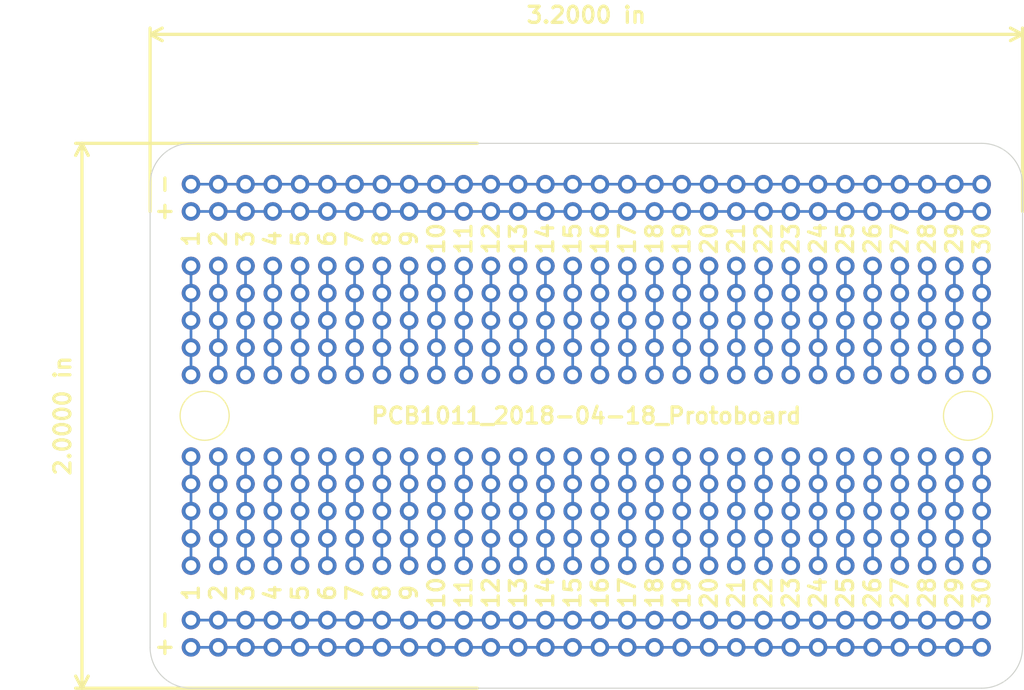
<source format=kicad_pcb>
(kicad_pcb (version 4) (host pcbnew 4.0.4-stable)
  (layers (0 F.Cu signal) (31 B.Cu signal) (34 B.Paste user) (35 F.Paste user) (36 B.SilkS user) (37 F.SilkS user) (38 B.Mask user) (39 F.Mask user) (44 Edge.Cuts user))
  (net 0 "")
  (module Connect:1pin (layer F.Cu) (at 107.95 -21.59)
    (fp_text reference REF** hide)
    (fp_text value 1pin)
    (pad "" np_thru_hole circle (at 0 0) (size 3.1 3.1) (drill 3.1) (layers *.Cu *.Mask))
  )
  (module Connect:1pin (layer F.Cu) (at 71.12 -43.18)
    (fp_text reference REF** hide)
    (fp_text value 1pin hide)
    (pad 1 thru_hole circle (at 0 0) (size 1.7272 1.7272) (drill 1.016) (layers *.Cu *.Mask))
  )
  (module Connect:1pin (layer F.Cu) (at 73.66 -40.64)
    (fp_text reference REF** hide)
    (fp_text value 1pin hide)
    (pad 1 thru_hole circle (at 0 0) (size 1.7272 1.7272) (drill 1.016) (layers *.Cu *.Mask))
  )
  (module Connect:1pin (layer F.Cu) (at 71.12 -40.64)
    (fp_text reference REF** hide)
    (fp_text value 1pin hide)
    (pad 1 thru_hole circle (at 0 0) (size 1.7272 1.7272) (drill 1.016) (layers *.Cu *.Mask))
  )
  (module Connect:1pin (layer F.Cu) (at 73.66 -43.18)
    (fp_text reference REF** hide)
    (fp_text value 1pin hide)
    (pad 1 thru_hole circle (at 0 0) (size 1.7272 1.7272) (drill 1.016) (layers *.Cu *.Mask))
  )
  (module Connect:1pin (layer F.Cu) (at 76.2 -43.18)
    (fp_text reference REF** hide)
    (fp_text value 1pin hide)
    (pad 1 thru_hole circle (at 0 0) (size 1.7272 1.7272) (drill 1.016) (layers *.Cu *.Mask))
  )
  (module Connect:1pin (layer F.Cu) (at 76.2 -40.64)
    (fp_text reference REF** hide)
    (fp_text value 1pin hide)
    (pad 1 thru_hole circle (at 0 0) (size 1.7272 1.7272) (drill 1.016) (layers *.Cu *.Mask))
  )
  (module Connect:1pin (layer F.Cu) (at 93.98 -43.18)
    (fp_text reference REF** hide)
    (fp_text value 1pin hide)
    (pad 1 thru_hole circle (at 0 0) (size 1.7272 1.7272) (drill 1.016) (layers *.Cu *.Mask))
  )
  (module Connect:1pin (layer F.Cu) (at 91.44 -43.18)
    (fp_text reference REF** hide)
    (fp_text value 1pin hide)
    (pad 1 thru_hole circle (at 0 0) (size 1.7272 1.7272) (drill 1.016) (layers *.Cu *.Mask))
  )
  (module Connect:1pin (layer F.Cu) (at 93.98 -40.64)
    (fp_text reference REF** hide)
    (fp_text value 1pin hide)
    (pad 1 thru_hole circle (at 0 0) (size 1.7272 1.7272) (drill 1.016) (layers *.Cu *.Mask))
  )
  (module Connect:1pin (layer F.Cu) (at 91.44 -40.64)
    (fp_text reference REF** hide)
    (fp_text value 1pin hide)
    (pad 1 thru_hole circle (at 0 0) (size 1.7272 1.7272) (drill 1.016) (layers *.Cu *.Mask))
  )
  (module Connect:1pin (layer F.Cu) (at 99.06 -43.18)
    (fp_text reference REF** hide)
    (fp_text value 1pin hide)
    (pad 1 thru_hole circle (at 0 0) (size 1.7272 1.7272) (drill 1.016) (layers *.Cu *.Mask))
  )
  (module Connect:1pin (layer F.Cu) (at 96.52 -40.64)
    (fp_text reference REF** hide)
    (fp_text value 1pin hide)
    (pad 1 thru_hole circle (at 0 0) (size 1.7272 1.7272) (drill 1.016) (layers *.Cu *.Mask))
  )
  (module Connect:1pin (layer F.Cu) (at 99.06 -40.64)
    (fp_text reference REF** hide)
    (fp_text value 1pin hide)
    (pad 1 thru_hole circle (at 0 0) (size 1.7272 1.7272) (drill 1.016) (layers *.Cu *.Mask))
  )
  (module Connect:1pin (layer F.Cu) (at 96.52 -43.18)
    (fp_text reference REF** hide)
    (fp_text value 1pin hide)
    (pad 1 thru_hole circle (at 0 0) (size 1.7272 1.7272) (drill 1.016) (layers *.Cu *.Mask))
  )
  (module Connect:1pin (layer F.Cu) (at 81.28 -43.18)
    (fp_text reference REF** hide)
    (fp_text value 1pin hide)
    (pad 1 thru_hole circle (at 0 0) (size 1.7272 1.7272) (drill 1.016) (layers *.Cu *.Mask))
  )
  (module Connect:1pin (layer F.Cu) (at 78.74 -40.64)
    (fp_text reference REF** hide)
    (fp_text value 1pin hide)
    (pad 1 thru_hole circle (at 0 0) (size 1.7272 1.7272) (drill 1.016) (layers *.Cu *.Mask))
  )
  (module Connect:1pin (layer F.Cu) (at 81.28 -40.64)
    (fp_text reference REF** hide)
    (fp_text value 1pin hide)
    (pad 1 thru_hole circle (at 0 0) (size 1.7272 1.7272) (drill 1.016) (layers *.Cu *.Mask))
  )
  (module Connect:1pin (layer F.Cu) (at 83.82 -40.64)
    (fp_text reference REF** hide)
    (fp_text value 1pin hide)
    (pad 1 thru_hole circle (at 0 0) (size 1.7272 1.7272) (drill 1.016) (layers *.Cu *.Mask))
  )
  (module Connect:1pin (layer F.Cu) (at 78.74 -43.18)
    (fp_text reference REF** hide)
    (fp_text value 1pin hide)
    (pad 1 thru_hole circle (at 0 0) (size 1.7272 1.7272) (drill 1.016) (layers *.Cu *.Mask))
  )
  (module Connect:1pin (layer F.Cu) (at 88.9 -43.18)
    (fp_text reference REF** hide)
    (fp_text value 1pin hide)
    (pad 1 thru_hole circle (at 0 0) (size 1.7272 1.7272) (drill 1.016) (layers *.Cu *.Mask))
  )
  (module Connect:1pin (layer F.Cu) (at 83.82 -43.18)
    (fp_text reference REF** hide)
    (fp_text value 1pin hide)
    (pad 1 thru_hole circle (at 0 0) (size 1.7272 1.7272) (drill 1.016) (layers *.Cu *.Mask))
  )
  (module Connect:1pin (layer F.Cu) (at 86.36 -43.18)
    (fp_text reference REF** hide)
    (fp_text value 1pin hide)
    (pad 1 thru_hole circle (at 0 0) (size 1.7272 1.7272) (drill 1.016) (layers *.Cu *.Mask))
  )
  (module Connect:1pin (layer F.Cu) (at 88.9 -40.64)
    (fp_text reference REF** hide)
    (fp_text value 1pin hide)
    (pad 1 thru_hole circle (at 0 0) (size 1.7272 1.7272) (drill 1.016) (layers *.Cu *.Mask))
  )
  (module Connect:1pin (layer F.Cu) (at 86.36 -40.64)
    (fp_text reference REF** hide)
    (fp_text value 1pin hide)
    (pad 1 thru_hole circle (at 0 0) (size 1.7272 1.7272) (drill 1.016) (layers *.Cu *.Mask))
  )
  (module Connect:1pin (layer F.Cu) (at 106.68 -43.18)
    (fp_text reference REF** hide)
    (fp_text value 1pin hide)
    (pad 1 thru_hole circle (at 0 0) (size 1.7272 1.7272) (drill 1.016) (layers *.Cu *.Mask))
  )
  (module Connect:1pin (layer F.Cu) (at 109.22 -40.64)
    (fp_text reference REF** hide)
    (fp_text value 1pin hide)
    (pad 1 thru_hole circle (at 0 0) (size 1.7272 1.7272) (drill 1.016) (layers *.Cu *.Mask))
  )
  (module Connect:1pin (layer F.Cu) (at 109.22 -43.18)
    (fp_text reference REF** hide)
    (fp_text value 1pin hide)
    (pad 1 thru_hole circle (at 0 0) (size 1.7272 1.7272) (drill 1.016) (layers *.Cu *.Mask))
  )
  (module Connect:1pin (layer F.Cu) (at 106.68 -40.64)
    (fp_text reference REF** hide)
    (fp_text value 1pin hide)
    (pad 1 thru_hole circle (at 0 0) (size 1.7272 1.7272) (drill 1.016) (layers *.Cu *.Mask))
  )
  (module Connect:1pin (layer F.Cu) (at 104.14 -43.18)
    (fp_text reference REF** hide)
    (fp_text value 1pin hide)
    (pad 1 thru_hole circle (at 0 0) (size 1.7272 1.7272) (drill 1.016) (layers *.Cu *.Mask))
  )
  (module Connect:1pin (layer F.Cu) (at 101.6 -43.18)
    (fp_text reference REF** hide)
    (fp_text value 1pin hide)
    (pad 1 thru_hole circle (at 0 0) (size 1.7272 1.7272) (drill 1.016) (layers *.Cu *.Mask))
  )
  (module Connect:1pin (layer F.Cu) (at 101.6 -40.64)
    (fp_text reference REF** hide)
    (fp_text value 1pin hide)
    (pad 1 thru_hole circle (at 0 0) (size 1.7272 1.7272) (drill 1.016) (layers *.Cu *.Mask))
  )
  (module Connect:1pin (layer F.Cu) (at 104.14 -40.64)
    (fp_text reference REF** hide)
    (fp_text value 1pin hide)
    (pad 1 thru_hole circle (at 0 0) (size 1.7272 1.7272) (drill 1.016) (layers *.Cu *.Mask))
  )
  (module Connect:1pin (layer F.Cu) (at 48.26 -40.64)
    (fp_text reference REF** hide)
    (fp_text value 1pin hide)
    (pad 1 thru_hole circle (at 0 0) (size 1.7272 1.7272) (drill 1.016) (layers *.Cu *.Mask))
  )
  (module Connect:1pin (layer F.Cu) (at 50.8 -40.64)
    (fp_text reference REF** hide)
    (fp_text value 1pin hide)
    (pad 1 thru_hole circle (at 0 0) (size 1.7272 1.7272) (drill 1.016) (layers *.Cu *.Mask))
  )
  (module Connect:1pin (layer F.Cu) (at 50.8 -43.18)
    (fp_text reference REF** hide)
    (fp_text value 1pin hide)
    (pad 1 thru_hole circle (at 0 0) (size 1.7272 1.7272) (drill 1.016) (layers *.Cu *.Mask))
  )
  (module Connect:1pin (layer F.Cu) (at 48.26 -43.18)
    (fp_text reference REF** hide)
    (fp_text value 1pin hide)
    (pad 1 thru_hole circle (at 0 0) (size 1.7272 1.7272) (drill 1.016) (layers *.Cu *.Mask))
  )
  (module Connect:1pin (layer F.Cu) (at 60.96 -40.64)
    (fp_text reference REF** hide)
    (fp_text value 1pin hide)
    (pad 1 thru_hole circle (at 0 0) (size 1.7272 1.7272) (drill 1.016) (layers *.Cu *.Mask))
  )
  (module Connect:1pin (layer F.Cu) (at 60.96 -43.18)
    (fp_text reference REF** hide)
    (fp_text value 1pin hide)
    (pad 1 thru_hole circle (at 0 0) (size 1.7272 1.7272) (drill 1.016) (layers *.Cu *.Mask))
  )
  (module Connect:1pin (layer F.Cu) (at 58.42 -43.18)
    (fp_text reference REF** hide)
    (fp_text value 1pin hide)
    (pad 1 thru_hole circle (at 0 0) (size 1.7272 1.7272) (drill 1.016) (layers *.Cu *.Mask))
  )
  (module Connect:1pin (layer F.Cu) (at 58.42 -40.64)
    (fp_text reference REF** hide)
    (fp_text value 1pin hide)
    (pad 1 thru_hole circle (at 0 0) (size 1.7272 1.7272) (drill 1.016) (layers *.Cu *.Mask))
  )
  (module Connect:1pin (layer F.Cu) (at 68.58 -43.18)
    (fp_text reference REF** hide)
    (fp_text value 1pin hide)
    (pad 1 thru_hole circle (at 0 0) (size 1.7272 1.7272) (drill 1.016) (layers *.Cu *.Mask))
  )
  (module Connect:1pin (layer F.Cu) (at 66.04 -43.18)
    (fp_text reference REF** hide)
    (fp_text value 1pin hide)
    (pad 1 thru_hole circle (at 0 0) (size 1.7272 1.7272) (drill 1.016) (layers *.Cu *.Mask))
  )
  (module Connect:1pin (layer F.Cu) (at 68.58 -40.64)
    (fp_text reference REF** hide)
    (fp_text value 1pin hide)
    (pad 1 thru_hole circle (at 0 0) (size 1.7272 1.7272) (drill 1.016) (layers *.Cu *.Mask))
  )
  (module Connect:1pin (layer F.Cu) (at 63.5 -43.18)
    (fp_text reference REF** hide)
    (fp_text value 1pin hide)
    (pad 1 thru_hole circle (at 0 0) (size 1.7272 1.7272) (drill 1.016) (layers *.Cu *.Mask))
  )
  (module Connect:1pin (layer F.Cu) (at 63.5 -40.64)
    (fp_text reference REF** hide)
    (fp_text value 1pin hide)
    (pad 1 thru_hole circle (at 0 0) (size 1.7272 1.7272) (drill 1.016) (layers *.Cu *.Mask))
  )
  (module Connect:1pin (layer F.Cu) (at 66.04 -40.64)
    (fp_text reference REF** hide)
    (fp_text value 1pin hide)
    (pad 1 thru_hole circle (at 0 0) (size 1.7272 1.7272) (drill 1.016) (layers *.Cu *.Mask))
  )
  (module Connect:1pin (layer F.Cu) (at 55.88 -40.64)
    (fp_text reference REF** hide)
    (fp_text value 1pin hide)
    (pad 1 thru_hole circle (at 0 0) (size 1.7272 1.7272) (drill 1.016) (layers *.Cu *.Mask))
  )
  (module Connect:1pin (layer F.Cu) (at 53.34 -40.64)
    (fp_text reference REF** hide)
    (fp_text value 1pin hide)
    (pad 1 thru_hole circle (at 0 0) (size 1.7272 1.7272) (drill 1.016) (layers *.Cu *.Mask))
  )
  (module Connect:1pin (layer F.Cu) (at 55.88 -43.18)
    (fp_text reference REF** hide)
    (fp_text value 1pin hide)
    (pad 1 thru_hole circle (at 0 0) (size 1.7272 1.7272) (drill 1.016) (layers *.Cu *.Mask))
  )
  (module Connect:1pin (layer F.Cu) (at 53.34 -43.18)
    (fp_text reference REF** hide)
    (fp_text value 1pin hide)
    (pad 1 thru_hole circle (at 0 0) (size 1.7272 1.7272) (drill 1.016) (layers *.Cu *.Mask))
  )
  (module Connect:1pin (layer F.Cu) (at 45.72 -40.64)
    (fp_text reference REF** hide)
    (fp_text value 1pin hide)
    (pad 1 thru_hole circle (at 0 0) (size 1.7272 1.7272) (drill 1.016) (layers *.Cu *.Mask))
  )
  (module Connect:1pin (layer F.Cu) (at 43.18 -40.64)
    (fp_text reference REF** hide)
    (fp_text value 1pin hide)
    (pad 1 thru_hole circle (at 0 0) (size 1.7272 1.7272) (drill 1.016) (layers *.Cu *.Mask))
  )
  (module Connect:1pin (layer F.Cu) (at 45.72 -43.18)
    (fp_text reference REF** hide)
    (fp_text value 1pin hide)
    (pad 1 thru_hole circle (at 0 0) (size 1.7272 1.7272) (drill 1.016) (layers *.Cu *.Mask))
  )
  (module Connect:1pin (layer F.Cu) (at 43.18 -43.18)
    (fp_text reference REF** hide)
    (fp_text value 1pin hide)
    (pad 1 thru_hole circle (at 0 0) (size 1.7272 1.7272) (drill 1.016) (layers *.Cu *.Mask))
  )
  (module Connect:1pin (layer F.Cu) (at 40.64 -40.64)
    (fp_text reference REF** hide)
    (fp_text value 1pin hide)
    (pad 1 thru_hole circle (at 0 0) (size 1.7272 1.7272) (drill 1.016) (layers *.Cu *.Mask))
  )
  (module Connect:1pin (layer F.Cu) (at 40.64 -43.18)
    (fp_text reference REF** hide)
    (fp_text value 1pin hide)
    (pad 1 thru_hole circle (at 0 0) (size 1.7272 1.7272) (drill 1.016) (layers *.Cu *.Mask))
  )
  (module Connect:1pin (layer F.Cu) (at 38.1 -43.18)
    (fp_text reference REF** hide)
    (fp_text value 1pin hide)
    (pad 1 thru_hole circle (at 0 0) (size 1.7272 1.7272) (drill 1.016) (layers *.Cu *.Mask))
  )
  (module Connect:1pin (layer F.Cu) (at 35.56 -40.64)
    (fp_text reference REF** hide)
    (fp_text value 1pin hide)
    (pad 1 thru_hole circle (at 0 0) (size 1.7272 1.7272) (drill 1.016) (layers *.Cu *.Mask))
  )
  (module Connect:1pin (layer F.Cu) (at 38.1 -40.64)
    (fp_text reference REF** hide)
    (fp_text value 1pin hide)
    (pad 1 thru_hole circle (at 0 0) (size 1.7272 1.7272) (drill 1.016) (layers *.Cu *.Mask))
  )
  (module Connect:1pin (layer F.Cu) (at 35.56 -43.18)
    (fp_text reference REF** hide)
    (fp_text value 1pin hide)
    (pad 1 thru_hole circle (at 0 0) (size 1.7272 1.7272) (drill 1.016) (layers *.Cu *.Mask))
  )
  (module Connect:1pin (layer F.Cu) (at 99.06 -2.54)
    (fp_text reference REF** hide)
    (fp_text value 1pin hide)
    (pad 1 thru_hole circle (at 0 0) (size 1.7272 1.7272) (drill 1.016) (layers *.Cu *.Mask))
  )
  (module Connect:1pin (layer F.Cu) (at 104.14 0)
    (fp_text reference REF** hide)
    (fp_text value 1pin hide)
    (pad 1 thru_hole circle (at 0 0) (size 1.7272 1.7272) (drill 1.016) (layers *.Cu *.Mask))
  )
  (module Connect:1pin (layer F.Cu) (at 101.6 0)
    (fp_text reference REF** hide)
    (fp_text value 1pin hide)
    (pad 1 thru_hole circle (at 0 0) (size 1.7272 1.7272) (drill 1.016) (layers *.Cu *.Mask))
  )
  (module Connect:1pin (layer F.Cu) (at 99.06 0)
    (fp_text reference REF** hide)
    (fp_text value 1pin hide)
    (pad 1 thru_hole circle (at 0 0) (size 1.7272 1.7272) (drill 1.016) (layers *.Cu *.Mask))
  )
  (module Connect:1pin (layer F.Cu) (at 104.14 -2.54)
    (fp_text reference REF** hide)
    (fp_text value 1pin hide)
    (pad 1 thru_hole circle (at 0 0) (size 1.7272 1.7272) (drill 1.016) (layers *.Cu *.Mask))
  )
  (module Connect:1pin (layer F.Cu) (at 101.6 -2.54)
    (fp_text reference REF** hide)
    (fp_text value 1pin hide)
    (pad 1 thru_hole circle (at 0 0) (size 1.7272 1.7272) (drill 1.016) (layers *.Cu *.Mask))
  )
  (module Connect:1pin (layer F.Cu) (at 81.28 0)
    (fp_text reference REF** hide)
    (fp_text value 1pin hide)
    (pad 1 thru_hole circle (at 0 0) (size 1.7272 1.7272) (drill 1.016) (layers *.Cu *.Mask))
  )
  (module Connect:1pin (layer F.Cu) (at 81.28 -2.54)
    (fp_text reference REF** hide)
    (fp_text value 1pin hide)
    (pad 1 thru_hole circle (at 0 0) (size 1.7272 1.7272) (drill 1.016) (layers *.Cu *.Mask))
  )
  (module Connect:1pin (layer F.Cu) (at 83.82 0)
    (fp_text reference REF** hide)
    (fp_text value 1pin hide)
    (pad 1 thru_hole circle (at 0 0) (size 1.7272 1.7272) (drill 1.016) (layers *.Cu *.Mask))
  )
  (module Connect:1pin (layer F.Cu) (at 83.82 -2.54)
    (fp_text reference REF** hide)
    (fp_text value 1pin hide)
    (pad 1 thru_hole circle (at 0 0) (size 1.7272 1.7272) (drill 1.016) (layers *.Cu *.Mask))
  )
  (module Connect:1pin (layer F.Cu) (at 76.2 0)
    (fp_text reference REF** hide)
    (fp_text value 1pin hide)
    (pad 1 thru_hole circle (at 0 0) (size 1.7272 1.7272) (drill 1.016) (layers *.Cu *.Mask))
  )
  (module Connect:1pin (layer F.Cu) (at 78.74 0)
    (fp_text reference REF** hide)
    (fp_text value 1pin hide)
    (pad 1 thru_hole circle (at 0 0) (size 1.7272 1.7272) (drill 1.016) (layers *.Cu *.Mask))
  )
  (module Connect:1pin (layer F.Cu) (at 76.2 -2.54)
    (fp_text reference REF** hide)
    (fp_text value 1pin hide)
    (pad 1 thru_hole circle (at 0 0) (size 1.7272 1.7272) (drill 1.016) (layers *.Cu *.Mask))
  )
  (module Connect:1pin (layer F.Cu) (at 78.74 -2.54)
    (fp_text reference REF** hide)
    (fp_text value 1pin hide)
    (pad 1 thru_hole circle (at 0 0) (size 1.7272 1.7272) (drill 1.016) (layers *.Cu *.Mask))
  )
  (module Connect:1pin (layer F.Cu) (at 93.98 -2.54)
    (fp_text reference REF** hide)
    (fp_text value 1pin hide)
    (pad 1 thru_hole circle (at 0 0) (size 1.7272 1.7272) (drill 1.016) (layers *.Cu *.Mask))
  )
  (module Connect:1pin (layer F.Cu) (at 96.52 -2.54)
    (fp_text reference REF** hide)
    (fp_text value 1pin hide)
    (pad 1 thru_hole circle (at 0 0) (size 1.7272 1.7272) (drill 1.016) (layers *.Cu *.Mask))
  )
  (module Connect:1pin (layer F.Cu) (at 96.52 0)
    (fp_text reference REF** hide)
    (fp_text value 1pin hide)
    (pad 1 thru_hole circle (at 0 0) (size 1.7272 1.7272) (drill 1.016) (layers *.Cu *.Mask))
  )
  (module Connect:1pin (layer F.Cu) (at 93.98 0)
    (fp_text reference REF** hide)
    (fp_text value 1pin hide)
    (pad 1 thru_hole circle (at 0 0) (size 1.7272 1.7272) (drill 1.016) (layers *.Cu *.Mask))
  )
  (module Connect:1pin (layer F.Cu) (at 106.68 0)
    (fp_text reference REF** hide)
    (fp_text value 1pin hide)
    (pad 1 thru_hole circle (at 0 0) (size 1.7272 1.7272) (drill 1.016) (layers *.Cu *.Mask))
  )
  (module Connect:1pin (layer F.Cu) (at 109.22 0)
    (fp_text reference REF** hide)
    (fp_text value 1pin hide)
    (pad 1 thru_hole circle (at 0 0) (size 1.7272 1.7272) (drill 1.016) (layers *.Cu *.Mask))
  )
  (module Connect:1pin (layer F.Cu) (at 109.22 -2.54)
    (fp_text reference REF** hide)
    (fp_text value 1pin hide)
    (pad 1 thru_hole circle (at 0 0) (size 1.7272 1.7272) (drill 1.016) (layers *.Cu *.Mask))
  )
  (module Connect:1pin (layer F.Cu) (at 106.68 -2.54)
    (fp_text reference REF** hide)
    (fp_text value 1pin hide)
    (pad 1 thru_hole circle (at 0 0) (size 1.7272 1.7272) (drill 1.016) (layers *.Cu *.Mask))
  )
  (module Connect:1pin (layer F.Cu) (at 91.44 -2.54)
    (fp_text reference REF** hide)
    (fp_text value 1pin hide)
    (pad 1 thru_hole circle (at 0 0) (size 1.7272 1.7272) (drill 1.016) (layers *.Cu *.Mask))
  )
  (module Connect:1pin (layer F.Cu) (at 86.36 -2.54)
    (fp_text reference REF** hide)
    (fp_text value 1pin hide)
    (pad 1 thru_hole circle (at 0 0) (size 1.7272 1.7272) (drill 1.016) (layers *.Cu *.Mask))
  )
  (module Connect:1pin (layer F.Cu) (at 88.9 -2.54)
    (fp_text reference REF** hide)
    (fp_text value 1pin hide)
    (pad 1 thru_hole circle (at 0 0) (size 1.7272 1.7272) (drill 1.016) (layers *.Cu *.Mask))
  )
  (module Connect:1pin (layer F.Cu) (at 86.36 0)
    (fp_text reference REF** hide)
    (fp_text value 1pin hide)
    (pad 1 thru_hole circle (at 0 0) (size 1.7272 1.7272) (drill 1.016) (layers *.Cu *.Mask))
  )
  (module Connect:1pin (layer F.Cu) (at 88.9 0)
    (fp_text reference REF** hide)
    (fp_text value 1pin hide)
    (pad 1 thru_hole circle (at 0 0) (size 1.7272 1.7272) (drill 1.016) (layers *.Cu *.Mask))
  )
  (module Connect:1pin (layer F.Cu) (at 91.44 0)
    (fp_text reference REF** hide)
    (fp_text value 1pin hide)
    (pad 1 thru_hole circle (at 0 0) (size 1.7272 1.7272) (drill 1.016) (layers *.Cu *.Mask))
  )
  (module Connect:1pin (layer F.Cu) (at 71.12 0)
    (fp_text reference REF** hide)
    (fp_text value 1pin hide)
    (pad 1 thru_hole circle (at 0 0) (size 1.7272 1.7272) (drill 1.016) (layers *.Cu *.Mask))
  )
  (module Connect:1pin (layer F.Cu) (at 68.58 0)
    (fp_text reference REF** hide)
    (fp_text value 1pin hide)
    (pad 1 thru_hole circle (at 0 0) (size 1.7272 1.7272) (drill 1.016) (layers *.Cu *.Mask))
  )
  (module Connect:1pin (layer F.Cu) (at 68.58 -2.54)
    (fp_text reference REF** hide)
    (fp_text value 1pin hide)
    (pad 1 thru_hole circle (at 0 0) (size 1.7272 1.7272) (drill 1.016) (layers *.Cu *.Mask))
  )
  (module Connect:1pin (layer F.Cu) (at 73.66 -2.54)
    (fp_text reference REF** hide)
    (fp_text value 1pin hide)
    (pad 1 thru_hole circle (at 0 0) (size 1.7272 1.7272) (drill 1.016) (layers *.Cu *.Mask))
  )
  (module Connect:1pin (layer F.Cu) (at 73.66 0)
    (fp_text reference REF** hide)
    (fp_text value 1pin hide)
    (pad 1 thru_hole circle (at 0 0) (size 1.7272 1.7272) (drill 1.016) (layers *.Cu *.Mask))
  )
  (module Connect:1pin (layer F.Cu) (at 71.12 -2.54)
    (fp_text reference REF** hide)
    (fp_text value 1pin hide)
    (pad 1 thru_hole circle (at 0 0) (size 1.7272 1.7272) (drill 1.016) (layers *.Cu *.Mask))
  )
  (module Connect:1pin (layer F.Cu) (at 58.42 -2.54)
    (fp_text reference REF** hide)
    (fp_text value 1pin hide)
    (pad 1 thru_hole circle (at 0 0) (size 1.7272 1.7272) (drill 1.016) (layers *.Cu *.Mask))
  )
  (module Connect:1pin (layer F.Cu) (at 55.88 0)
    (fp_text reference REF** hide)
    (fp_text value 1pin hide)
    (pad 1 thru_hole circle (at 0 0) (size 1.7272 1.7272) (drill 1.016) (layers *.Cu *.Mask))
  )
  (module Connect:1pin (layer F.Cu) (at 55.88 -2.54)
    (fp_text reference REF** hide)
    (fp_text value 1pin hide)
    (pad 1 thru_hole circle (at 0 0) (size 1.7272 1.7272) (drill 1.016) (layers *.Cu *.Mask))
  )
  (module Connect:1pin (layer F.Cu) (at 58.42 0)
    (fp_text reference REF** hide)
    (fp_text value 1pin hide)
    (pad 1 thru_hole circle (at 0 0) (size 1.7272 1.7272) (drill 1.016) (layers *.Cu *.Mask))
  )
  (module Connect:1pin (layer F.Cu) (at 66.04 -2.54)
    (fp_text reference REF** hide)
    (fp_text value 1pin hide)
    (pad 1 thru_hole circle (at 0 0) (size 1.7272 1.7272) (drill 1.016) (layers *.Cu *.Mask))
  )
  (module Connect:1pin (layer F.Cu) (at 63.5 0)
    (fp_text reference REF** hide)
    (fp_text value 1pin hide)
    (pad 1 thru_hole circle (at 0 0) (size 1.7272 1.7272) (drill 1.016) (layers *.Cu *.Mask))
  )
  (module Connect:1pin (layer F.Cu) (at 63.5 -2.54)
    (fp_text reference REF** hide)
    (fp_text value 1pin hide)
    (pad 1 thru_hole circle (at 0 0) (size 1.7272 1.7272) (drill 1.016) (layers *.Cu *.Mask))
  )
  (module Connect:1pin (layer F.Cu) (at 60.96 -2.54)
    (fp_text reference REF** hide)
    (fp_text value 1pin hide)
    (pad 1 thru_hole circle (at 0 0) (size 1.7272 1.7272) (drill 1.016) (layers *.Cu *.Mask))
  )
  (module Connect:1pin (layer F.Cu) (at 66.04 0)
    (fp_text reference REF** hide)
    (fp_text value 1pin hide)
    (pad 1 thru_hole circle (at 0 0) (size 1.7272 1.7272) (drill 1.016) (layers *.Cu *.Mask))
  )
  (module Connect:1pin (layer F.Cu) (at 60.96 0)
    (fp_text reference REF** hide)
    (fp_text value 1pin hide)
    (pad 1 thru_hole circle (at 0 0) (size 1.7272 1.7272) (drill 1.016) (layers *.Cu *.Mask))
  )
  (module Connect:1pin (layer F.Cu) (at 50.8 0)
    (fp_text reference REF** hide)
    (fp_text value 1pin hide)
    (pad 1 thru_hole circle (at 0 0) (size 1.7272 1.7272) (drill 1.016) (layers *.Cu *.Mask))
  )
  (module Connect:1pin (layer F.Cu) (at 48.26 0)
    (fp_text reference REF** hide)
    (fp_text value 1pin hide)
    (pad 1 thru_hole circle (at 0 0) (size 1.7272 1.7272) (drill 1.016) (layers *.Cu *.Mask))
  )
  (module Connect:1pin (layer F.Cu) (at 48.26 -2.54)
    (fp_text reference REF** hide)
    (fp_text value 1pin hide)
    (pad 1 thru_hole circle (at 0 0) (size 1.7272 1.7272) (drill 1.016) (layers *.Cu *.Mask))
  )
  (module Connect:1pin (layer F.Cu) (at 45.72 0)
    (fp_text reference REF** hide)
    (fp_text value 1pin hide)
    (pad 1 thru_hole circle (at 0 0) (size 1.7272 1.7272) (drill 1.016) (layers *.Cu *.Mask))
  )
  (module Connect:1pin (layer F.Cu) (at 53.34 -2.54)
    (fp_text reference REF** hide)
    (fp_text value 1pin hide)
    (pad 1 thru_hole circle (at 0 0) (size 1.7272 1.7272) (drill 1.016) (layers *.Cu *.Mask))
  )
  (module Connect:1pin (layer F.Cu) (at 50.8 -2.54)
    (fp_text reference REF** hide)
    (fp_text value 1pin hide)
    (pad 1 thru_hole circle (at 0 0) (size 1.7272 1.7272) (drill 1.016) (layers *.Cu *.Mask))
  )
  (module Connect:1pin (layer F.Cu) (at 53.34 0)
    (fp_text reference REF** hide)
    (fp_text value 1pin hide)
    (pad 1 thru_hole circle (at 0 0) (size 1.7272 1.7272) (drill 1.016) (layers *.Cu *.Mask))
  )
  (module Connect:1pin (layer F.Cu) (at 45.72 -2.54)
    (fp_text reference REF** hide)
    (fp_text value 1pin hide)
    (pad 1 thru_hole circle (at 0 0) (size 1.7272 1.7272) (drill 1.016) (layers *.Cu *.Mask))
  )
  (module Connect:1pin (layer F.Cu) (at 40.64 -2.54)
    (fp_text reference REF** hide)
    (fp_text value 1pin hide)
    (pad 1 thru_hole circle (at 0 0) (size 1.7272 1.7272) (drill 1.016) (layers *.Cu *.Mask))
  )
  (module Connect:1pin (layer F.Cu) (at 43.18 0)
    (fp_text reference REF** hide)
    (fp_text value 1pin hide)
    (pad 1 thru_hole circle (at 0 0) (size 1.7272 1.7272) (drill 1.016) (layers *.Cu *.Mask))
  )
  (module Connect:1pin (layer F.Cu) (at 43.18 -2.54)
    (fp_text reference REF** hide)
    (fp_text value 1pin hide)
    (pad 1 thru_hole circle (at 0 0) (size 1.7272 1.7272) (drill 1.016) (layers *.Cu *.Mask))
  )
  (module Connect:1pin (layer F.Cu) (at 40.64 0)
    (fp_text reference REF** hide)
    (fp_text value 1pin hide)
    (pad 1 thru_hole circle (at 0 0) (size 1.7272 1.7272) (drill 1.016) (layers *.Cu *.Mask))
  )
  (module Connect:1pin (layer F.Cu) (at 38.1 0)
    (fp_text reference REF** hide)
    (fp_text value 1pin hide)
    (pad 1 thru_hole circle (at 0 0) (size 1.7272 1.7272) (drill 1.016) (layers *.Cu *.Mask))
  )
  (module Connect:1pin (layer F.Cu) (at 38.1 -2.54)
    (fp_text reference REF** hide)
    (fp_text value 1pin hide)
    (pad 1 thru_hole circle (at 0 0) (size 1.7272 1.7272) (drill 1.016) (layers *.Cu *.Mask))
  )
  (module Connect:1pin (layer F.Cu) (at 35.56 0)
    (fp_text reference REF** hide)
    (fp_text value 1pin hide)
    (pad 1 thru_hole circle (at 0 0) (size 1.7272 1.7272) (drill 1.016) (layers *.Cu *.Mask))
  )
  (module Connect:1pin (layer F.Cu) (at 35.56 -2.54)
    (fp_text reference REF** hide)
    (fp_text value 1pin hide)
    (pad 1 thru_hole circle (at 0 0) (size 1.7272 1.7272) (drill 1.016) (layers *.Cu *.Mask))
  )
  (module Connect:1pin (layer F.Cu) (at 109.22 -12.7)
    (fp_text reference REF** hide)
    (fp_text value 1pin hide)
    (pad 1 thru_hole circle (at 0 0) (size 1.7272 1.7272) (drill 1.016) (layers *.Cu *.Mask))
  )
  (module Connect:1pin (layer F.Cu) (at 104.14 -10.16)
    (fp_text reference REF** hide)
    (fp_text value 1pin hide)
    (pad 1 thru_hole circle (at 0 0) (size 1.7272 1.7272) (drill 1.016) (layers *.Cu *.Mask))
  )
  (module Connect:1pin (layer F.Cu) (at 104.14 -7.62)
    (fp_text reference REF** hide)
    (fp_text value 1pin hide)
    (pad 1 thru_hole circle (at 0 0) (size 1.7272 1.7272) (drill 1.016) (layers *.Cu *.Mask))
  )
  (module Connect:1pin (layer F.Cu) (at 106.68 -12.7)
    (fp_text reference REF** hide)
    (fp_text value 1pin hide)
    (pad 1 thru_hole circle (at 0 0) (size 1.7272 1.7272) (drill 1.016) (layers *.Cu *.Mask))
  )
  (module Connect:1pin (layer F.Cu) (at 104.14 -12.7)
    (fp_text reference REF** hide)
    (fp_text value 1pin hide)
    (pad 1 thru_hole circle (at 0 0) (size 1.7272 1.7272) (drill 1.016) (layers *.Cu *.Mask))
  )
  (module Connect:1pin (layer F.Cu) (at 106.68 -25.4)
    (fp_text reference REF** hide)
    (fp_text value 1pin hide)
    (pad 1 thru_hole circle (at 0 0) (size 1.7272 1.7272) (drill 1.016) (layers *.Cu *.Mask))
  )
  (module Connect:1pin (layer F.Cu) (at 106.68 -27.94)
    (fp_text reference REF** hide)
    (fp_text value 1pin hide)
    (pad 1 thru_hole circle (at 0 0) (size 1.7272 1.7272) (drill 1.016) (layers *.Cu *.Mask))
  )
  (module Connect:1pin (layer F.Cu) (at 109.22 -27.94)
    (fp_text reference REF** hide)
    (fp_text value 1pin hide)
    (pad 1 thru_hole circle (at 0 0) (size 1.7272 1.7272) (drill 1.016) (layers *.Cu *.Mask))
  )
  (module Connect:1pin (layer F.Cu) (at 109.22 -25.4)
    (fp_text reference REF** hide)
    (fp_text value 1pin hide)
    (pad 1 thru_hole circle (at 0 0) (size 1.7272 1.7272) (drill 1.016) (layers *.Cu *.Mask))
  )
  (module Connect:1pin (layer F.Cu) (at 106.68 -33.02)
    (fp_text reference REF** hide)
    (fp_text value 1pin hide)
    (pad 1 thru_hole circle (at 0 0) (size 1.7272 1.7272) (drill 1.016) (layers *.Cu *.Mask))
  )
  (module Connect:1pin (layer F.Cu) (at 109.22 -30.48)
    (fp_text reference REF** hide)
    (fp_text value 1pin hide)
    (pad 1 thru_hole circle (at 0 0) (size 1.7272 1.7272) (drill 1.016) (layers *.Cu *.Mask))
  )
  (module Connect:1pin (layer F.Cu) (at 109.22 -33.02)
    (fp_text reference REF** hide)
    (fp_text value 1pin hide)
    (pad 1 thru_hole circle (at 0 0) (size 1.7272 1.7272) (drill 1.016) (layers *.Cu *.Mask))
  )
  (module Connect:1pin (layer F.Cu) (at 106.68 -35.56)
    (fp_text reference REF** hide)
    (fp_text value 1pin hide)
    (pad 1 thru_hole circle (at 0 0) (size 1.7272 1.7272) (drill 1.016) (layers *.Cu *.Mask))
  )
  (module Connect:1pin (layer F.Cu) (at 109.22 -35.56)
    (fp_text reference REF** hide)
    (fp_text value 1pin hide)
    (pad 1 thru_hole circle (at 0 0) (size 1.7272 1.7272) (drill 1.016) (layers *.Cu *.Mask))
  )
  (module Connect:1pin (layer F.Cu) (at 106.68 -30.48)
    (fp_text reference REF** hide)
    (fp_text value 1pin hide)
    (pad 1 thru_hole circle (at 0 0) (size 1.7272 1.7272) (drill 1.016) (layers *.Cu *.Mask))
  )
  (module Connect:1pin (layer F.Cu) (at 104.14 -15.24)
    (fp_text reference REF** hide)
    (fp_text value 1pin hide)
    (pad 1 thru_hole circle (at 0 0) (size 1.7272 1.7272) (drill 1.016) (layers *.Cu *.Mask))
  )
  (module Connect:1pin (layer F.Cu) (at 104.14 -17.78)
    (fp_text reference REF** hide)
    (fp_text value 1pin hide)
    (pad 1 thru_hole circle (at 0 0) (size 1.7272 1.7272) (drill 1.016) (layers *.Cu *.Mask))
  )
  (module Connect:1pin (layer F.Cu) (at 109.22 -15.24)
    (fp_text reference REF** hide)
    (fp_text value 1pin hide)
    (pad 1 thru_hole circle (at 0 0) (size 1.7272 1.7272) (drill 1.016) (layers *.Cu *.Mask))
  )
  (module Connect:1pin (layer F.Cu) (at 109.22 -17.78)
    (fp_text reference REF** hide)
    (fp_text value 1pin hide)
    (pad 1 thru_hole circle (at 0 0) (size 1.7272 1.7272) (drill 1.016) (layers *.Cu *.Mask))
  )
  (module Connect:1pin (layer F.Cu) (at 106.68 -17.78)
    (fp_text reference REF** hide)
    (fp_text value 1pin hide)
    (pad 1 thru_hole circle (at 0 0) (size 1.7272 1.7272) (drill 1.016) (layers *.Cu *.Mask))
  )
  (module Connect:1pin (layer F.Cu) (at 106.68 -15.24)
    (fp_text reference REF** hide)
    (fp_text value 1pin hide)
    (pad 1 thru_hole circle (at 0 0) (size 1.7272 1.7272) (drill 1.016) (layers *.Cu *.Mask))
  )
  (module Connect:1pin (layer F.Cu) (at 106.68 -7.62)
    (fp_text reference REF** hide)
    (fp_text value 1pin hide)
    (pad 1 thru_hole circle (at 0 0) (size 1.7272 1.7272) (drill 1.016) (layers *.Cu *.Mask))
  )
  (module Connect:1pin (layer F.Cu) (at 109.22 -7.62)
    (fp_text reference REF** hide)
    (fp_text value 1pin hide)
    (pad 1 thru_hole circle (at 0 0) (size 1.7272 1.7272) (drill 1.016) (layers *.Cu *.Mask))
  )
  (module Connect:1pin (layer F.Cu) (at 109.22 -10.16)
    (fp_text reference REF** hide)
    (fp_text value 1pin hide)
    (pad 1 thru_hole circle (at 0 0) (size 1.7272 1.7272) (drill 1.016) (layers *.Cu *.Mask))
  )
  (module Connect:1pin (layer F.Cu) (at 106.68 -10.16)
    (fp_text reference REF** hide)
    (fp_text value 1pin hide)
    (pad 1 thru_hole circle (at 0 0) (size 1.7272 1.7272) (drill 1.016) (layers *.Cu *.Mask))
  )
  (module Connect:1pin (layer F.Cu) (at 96.52 -15.24)
    (fp_text reference REF** hide)
    (fp_text value 1pin hide)
    (pad 1 thru_hole circle (at 0 0) (size 1.7272 1.7272) (drill 1.016) (layers *.Cu *.Mask))
  )
  (module Connect:1pin (layer F.Cu) (at 96.52 -17.78)
    (fp_text reference REF** hide)
    (fp_text value 1pin hide)
    (pad 1 thru_hole circle (at 0 0) (size 1.7272 1.7272) (drill 1.016) (layers *.Cu *.Mask))
  )
  (module Connect:1pin (layer F.Cu) (at 99.06 -17.78)
    (fp_text reference REF** hide)
    (fp_text value 1pin hide)
    (pad 1 thru_hole circle (at 0 0) (size 1.7272 1.7272) (drill 1.016) (layers *.Cu *.Mask))
  )
  (module Connect:1pin (layer F.Cu) (at 101.6 -17.78)
    (fp_text reference REF** hide)
    (fp_text value 1pin hide)
    (pad 1 thru_hole circle (at 0 0) (size 1.7272 1.7272) (drill 1.016) (layers *.Cu *.Mask))
  )
  (module Connect:1pin (layer F.Cu) (at 93.98 -10.16)
    (fp_text reference REF** hide)
    (fp_text value 1pin hide)
    (pad 1 thru_hole circle (at 0 0) (size 1.7272 1.7272) (drill 1.016) (layers *.Cu *.Mask))
  )
  (module Connect:1pin (layer F.Cu) (at 93.98 -7.62)
    (fp_text reference REF** hide)
    (fp_text value 1pin hide)
    (pad 1 thru_hole circle (at 0 0) (size 1.7272 1.7272) (drill 1.016) (layers *.Cu *.Mask))
  )
  (module Connect:1pin (layer F.Cu) (at 91.44 -7.62)
    (fp_text reference REF** hide)
    (fp_text value 1pin hide)
    (pad 1 thru_hole circle (at 0 0) (size 1.7272 1.7272) (drill 1.016) (layers *.Cu *.Mask))
  )
  (module Connect:1pin (layer F.Cu) (at 88.9 -7.62)
    (fp_text reference REF** hide)
    (fp_text value 1pin hide)
    (pad 1 thru_hole circle (at 0 0) (size 1.7272 1.7272) (drill 1.016) (layers *.Cu *.Mask))
  )
  (module Connect:1pin (layer F.Cu) (at 96.52 -7.62)
    (fp_text reference REF** hide)
    (fp_text value 1pin hide)
    (pad 1 thru_hole circle (at 0 0) (size 1.7272 1.7272) (drill 1.016) (layers *.Cu *.Mask))
  )
  (module Connect:1pin (layer F.Cu) (at 99.06 -7.62)
    (fp_text reference REF** hide)
    (fp_text value 1pin hide)
    (pad 1 thru_hole circle (at 0 0) (size 1.7272 1.7272) (drill 1.016) (layers *.Cu *.Mask))
  )
  (module Connect:1pin (layer F.Cu) (at 96.52 -10.16)
    (fp_text reference REF** hide)
    (fp_text value 1pin hide)
    (pad 1 thru_hole circle (at 0 0) (size 1.7272 1.7272) (drill 1.016) (layers *.Cu *.Mask))
  )
  (module Connect:1pin (layer F.Cu) (at 101.6 -7.62)
    (fp_text reference REF** hide)
    (fp_text value 1pin hide)
    (pad 1 thru_hole circle (at 0 0) (size 1.7272 1.7272) (drill 1.016) (layers *.Cu *.Mask))
  )
  (module Connect:1pin (layer F.Cu) (at 99.06 -10.16)
    (fp_text reference REF** hide)
    (fp_text value 1pin hide)
    (pad 1 thru_hole circle (at 0 0) (size 1.7272 1.7272) (drill 1.016) (layers *.Cu *.Mask))
  )
  (module Connect:1pin (layer F.Cu) (at 101.6 -10.16)
    (fp_text reference REF** hide)
    (fp_text value 1pin hide)
    (pad 1 thru_hole circle (at 0 0) (size 1.7272 1.7272) (drill 1.016) (layers *.Cu *.Mask))
  )
  (module Connect:1pin (layer F.Cu) (at 93.98 -12.7)
    (fp_text reference REF** hide)
    (fp_text value 1pin hide)
    (pad 1 thru_hole circle (at 0 0) (size 1.7272 1.7272) (drill 1.016) (layers *.Cu *.Mask))
  )
  (module Connect:1pin (layer F.Cu) (at 88.9 -10.16)
    (fp_text reference REF** hide)
    (fp_text value 1pin hide)
    (pad 1 thru_hole circle (at 0 0) (size 1.7272 1.7272) (drill 1.016) (layers *.Cu *.Mask))
  )
  (module Connect:1pin (layer F.Cu) (at 88.9 -12.7)
    (fp_text reference REF** hide)
    (fp_text value 1pin hide)
    (pad 1 thru_hole circle (at 0 0) (size 1.7272 1.7272) (drill 1.016) (layers *.Cu *.Mask))
  )
  (module Connect:1pin (layer F.Cu) (at 91.44 -10.16)
    (fp_text reference REF** hide)
    (fp_text value 1pin hide)
    (pad 1 thru_hole circle (at 0 0) (size 1.7272 1.7272) (drill 1.016) (layers *.Cu *.Mask))
  )
  (module Connect:1pin (layer F.Cu) (at 91.44 -12.7)
    (fp_text reference REF** hide)
    (fp_text value 1pin hide)
    (pad 1 thru_hole circle (at 0 0) (size 1.7272 1.7272) (drill 1.016) (layers *.Cu *.Mask))
  )
  (module Connect:1pin (layer F.Cu) (at 93.98 -15.24)
    (fp_text reference REF** hide)
    (fp_text value 1pin hide)
    (pad 1 thru_hole circle (at 0 0) (size 1.7272 1.7272) (drill 1.016) (layers *.Cu *.Mask))
  )
  (module Connect:1pin (layer F.Cu) (at 88.9 -17.78)
    (fp_text reference REF** hide)
    (fp_text value 1pin hide)
    (pad 1 thru_hole circle (at 0 0) (size 1.7272 1.7272) (drill 1.016) (layers *.Cu *.Mask))
  )
  (module Connect:1pin (layer F.Cu) (at 88.9 -15.24)
    (fp_text reference REF** hide)
    (fp_text value 1pin hide)
    (pad 1 thru_hole circle (at 0 0) (size 1.7272 1.7272) (drill 1.016) (layers *.Cu *.Mask))
  )
  (module Connect:1pin (layer F.Cu) (at 91.44 -15.24)
    (fp_text reference REF** hide)
    (fp_text value 1pin hide)
    (pad 1 thru_hole circle (at 0 0) (size 1.7272 1.7272) (drill 1.016) (layers *.Cu *.Mask))
  )
  (module Connect:1pin (layer F.Cu) (at 91.44 -17.78)
    (fp_text reference REF** hide)
    (fp_text value 1pin hide)
    (pad 1 thru_hole circle (at 0 0) (size 1.7272 1.7272) (drill 1.016) (layers *.Cu *.Mask))
  )
  (module Connect:1pin (layer F.Cu) (at 93.98 -17.78)
    (fp_text reference REF** hide)
    (fp_text value 1pin hide)
    (pad 1 thru_hole circle (at 0 0) (size 1.7272 1.7272) (drill 1.016) (layers *.Cu *.Mask))
  )
  (module Connect:1pin (layer F.Cu) (at 99.06 -12.7)
    (fp_text reference REF** hide)
    (fp_text value 1pin hide)
    (pad 1 thru_hole circle (at 0 0) (size 1.7272 1.7272) (drill 1.016) (layers *.Cu *.Mask))
  )
  (module Connect:1pin (layer F.Cu) (at 99.06 -15.24)
    (fp_text reference REF** hide)
    (fp_text value 1pin hide)
    (pad 1 thru_hole circle (at 0 0) (size 1.7272 1.7272) (drill 1.016) (layers *.Cu *.Mask))
  )
  (module Connect:1pin (layer F.Cu) (at 101.6 -12.7)
    (fp_text reference REF** hide)
    (fp_text value 1pin hide)
    (pad 1 thru_hole circle (at 0 0) (size 1.7272 1.7272) (drill 1.016) (layers *.Cu *.Mask))
  )
  (module Connect:1pin (layer F.Cu) (at 96.52 -12.7)
    (fp_text reference REF** hide)
    (fp_text value 1pin hide)
    (pad 1 thru_hole circle (at 0 0) (size 1.7272 1.7272) (drill 1.016) (layers *.Cu *.Mask))
  )
  (module Connect:1pin (layer F.Cu) (at 101.6 -15.24)
    (fp_text reference REF** hide)
    (fp_text value 1pin hide)
    (pad 1 thru_hole circle (at 0 0) (size 1.7272 1.7272) (drill 1.016) (layers *.Cu *.Mask))
  )
  (module Connect:1pin (layer F.Cu) (at 78.74 -15.24)
    (fp_text reference REF** hide)
    (fp_text value 1pin hide)
    (pad 1 thru_hole circle (at 0 0) (size 1.7272 1.7272) (drill 1.016) (layers *.Cu *.Mask))
  )
  (module Connect:1pin (layer F.Cu) (at 81.28 -15.24)
    (fp_text reference REF** hide)
    (fp_text value 1pin hide)
    (pad 1 thru_hole circle (at 0 0) (size 1.7272 1.7272) (drill 1.016) (layers *.Cu *.Mask))
  )
  (module Connect:1pin (layer F.Cu) (at 78.74 -12.7)
    (fp_text reference REF** hide)
    (fp_text value 1pin hide)
    (pad 1 thru_hole circle (at 0 0) (size 1.7272 1.7272) (drill 1.016) (layers *.Cu *.Mask))
  )
  (module Connect:1pin (layer F.Cu) (at 81.28 -12.7)
    (fp_text reference REF** hide)
    (fp_text value 1pin hide)
    (pad 1 thru_hole circle (at 0 0) (size 1.7272 1.7272) (drill 1.016) (layers *.Cu *.Mask))
  )
  (module Connect:1pin (layer F.Cu) (at 78.74 -17.78)
    (fp_text reference REF** hide)
    (fp_text value 1pin hide)
    (pad 1 thru_hole circle (at 0 0) (size 1.7272 1.7272) (drill 1.016) (layers *.Cu *.Mask))
  )
  (module Connect:1pin (layer F.Cu) (at 86.36 -10.16)
    (fp_text reference REF** hide)
    (fp_text value 1pin hide)
    (pad 1 thru_hole circle (at 0 0) (size 1.7272 1.7272) (drill 1.016) (layers *.Cu *.Mask))
  )
  (module Connect:1pin (layer F.Cu) (at 83.82 -7.62)
    (fp_text reference REF** hide)
    (fp_text value 1pin hide)
    (pad 1 thru_hole circle (at 0 0) (size 1.7272 1.7272) (drill 1.016) (layers *.Cu *.Mask))
  )
  (module Connect:1pin (layer F.Cu) (at 83.82 -10.16)
    (fp_text reference REF** hide)
    (fp_text value 1pin hide)
    (pad 1 thru_hole circle (at 0 0) (size 1.7272 1.7272) (drill 1.016) (layers *.Cu *.Mask))
  )
  (module Connect:1pin (layer F.Cu) (at 86.36 -7.62)
    (fp_text reference REF** hide)
    (fp_text value 1pin hide)
    (pad 1 thru_hole circle (at 0 0) (size 1.7272 1.7272) (drill 1.016) (layers *.Cu *.Mask))
  )
  (module Connect:1pin (layer F.Cu) (at 78.74 -7.62)
    (fp_text reference REF** hide)
    (fp_text value 1pin hide)
    (pad 1 thru_hole circle (at 0 0) (size 1.7272 1.7272) (drill 1.016) (layers *.Cu *.Mask))
  )
  (module Connect:1pin (layer F.Cu) (at 81.28 -10.16)
    (fp_text reference REF** hide)
    (fp_text value 1pin hide)
    (pad 1 thru_hole circle (at 0 0) (size 1.7272 1.7272) (drill 1.016) (layers *.Cu *.Mask))
  )
  (module Connect:1pin (layer F.Cu) (at 81.28 -7.62)
    (fp_text reference REF** hide)
    (fp_text value 1pin hide)
    (pad 1 thru_hole circle (at 0 0) (size 1.7272 1.7272) (drill 1.016) (layers *.Cu *.Mask))
  )
  (module Connect:1pin (layer F.Cu) (at 76.2 -10.16)
    (fp_text reference REF** hide)
    (fp_text value 1pin hide)
    (pad 1 thru_hole circle (at 0 0) (size 1.7272 1.7272) (drill 1.016) (layers *.Cu *.Mask))
  )
  (module Connect:1pin (layer F.Cu) (at 78.74 -10.16)
    (fp_text reference REF** hide)
    (fp_text value 1pin hide)
    (pad 1 thru_hole circle (at 0 0) (size 1.7272 1.7272) (drill 1.016) (layers *.Cu *.Mask))
  )
  (module Connect:1pin (layer F.Cu) (at 76.2 -7.62)
    (fp_text reference REF** hide)
    (fp_text value 1pin hide)
    (pad 1 thru_hole circle (at 0 0) (size 1.7272 1.7272) (drill 1.016) (layers *.Cu *.Mask))
  )
  (module Connect:1pin (layer F.Cu) (at 76.2 -17.78)
    (fp_text reference REF** hide)
    (fp_text value 1pin hide)
    (pad 1 thru_hole circle (at 0 0) (size 1.7272 1.7272) (drill 1.016) (layers *.Cu *.Mask))
  )
  (module Connect:1pin (layer F.Cu) (at 76.2 -12.7)
    (fp_text reference REF** hide)
    (fp_text value 1pin hide)
    (pad 1 thru_hole circle (at 0 0) (size 1.7272 1.7272) (drill 1.016) (layers *.Cu *.Mask))
  )
  (module Connect:1pin (layer F.Cu) (at 76.2 -15.24)
    (fp_text reference REF** hide)
    (fp_text value 1pin hide)
    (pad 1 thru_hole circle (at 0 0) (size 1.7272 1.7272) (drill 1.016) (layers *.Cu *.Mask))
  )
  (module Connect:1pin (layer F.Cu) (at 83.82 -12.7)
    (fp_text reference REF** hide)
    (fp_text value 1pin hide)
    (pad 1 thru_hole circle (at 0 0) (size 1.7272 1.7272) (drill 1.016) (layers *.Cu *.Mask))
  )
  (module Connect:1pin (layer F.Cu) (at 83.82 -15.24)
    (fp_text reference REF** hide)
    (fp_text value 1pin hide)
    (pad 1 thru_hole circle (at 0 0) (size 1.7272 1.7272) (drill 1.016) (layers *.Cu *.Mask))
  )
  (module Connect:1pin (layer F.Cu) (at 86.36 -15.24)
    (fp_text reference REF** hide)
    (fp_text value 1pin hide)
    (pad 1 thru_hole circle (at 0 0) (size 1.7272 1.7272) (drill 1.016) (layers *.Cu *.Mask))
  )
  (module Connect:1pin (layer F.Cu) (at 81.28 -17.78)
    (fp_text reference REF** hide)
    (fp_text value 1pin hide)
    (pad 1 thru_hole circle (at 0 0) (size 1.7272 1.7272) (drill 1.016) (layers *.Cu *.Mask))
  )
  (module Connect:1pin (layer F.Cu) (at 86.36 -17.78)
    (fp_text reference REF** hide)
    (fp_text value 1pin hide)
    (pad 1 thru_hole circle (at 0 0) (size 1.7272 1.7272) (drill 1.016) (layers *.Cu *.Mask))
  )
  (module Connect:1pin (layer F.Cu) (at 83.82 -17.78)
    (fp_text reference REF** hide)
    (fp_text value 1pin hide)
    (pad 1 thru_hole circle (at 0 0) (size 1.7272 1.7272) (drill 1.016) (layers *.Cu *.Mask))
  )
  (module Connect:1pin (layer F.Cu) (at 86.36 -12.7)
    (fp_text reference REF** hide)
    (fp_text value 1pin hide)
    (pad 1 thru_hole circle (at 0 0) (size 1.7272 1.7272) (drill 1.016) (layers *.Cu *.Mask))
  )
  (module Connect:1pin (layer F.Cu) (at 83.82 -35.56)
    (fp_text reference REF** hide)
    (fp_text value 1pin hide)
    (pad 1 thru_hole circle (at 0 0) (size 1.7272 1.7272) (drill 1.016) (layers *.Cu *.Mask))
  )
  (module Connect:1pin (layer F.Cu) (at 86.36 -35.56)
    (fp_text reference REF** hide)
    (fp_text value 1pin hide)
    (pad 1 thru_hole circle (at 0 0) (size 1.7272 1.7272) (drill 1.016) (layers *.Cu *.Mask))
  )
  (module Connect:1pin (layer F.Cu) (at 83.82 -33.02)
    (fp_text reference REF** hide)
    (fp_text value 1pin hide)
    (pad 1 thru_hole circle (at 0 0) (size 1.7272 1.7272) (drill 1.016) (layers *.Cu *.Mask))
  )
  (module Connect:1pin (layer F.Cu) (at 86.36 -30.48)
    (fp_text reference REF** hide)
    (fp_text value 1pin hide)
    (pad 1 thru_hole circle (at 0 0) (size 1.7272 1.7272) (drill 1.016) (layers *.Cu *.Mask))
  )
  (module Connect:1pin (layer F.Cu) (at 86.36 -33.02)
    (fp_text reference REF** hide)
    (fp_text value 1pin hide)
    (pad 1 thru_hole circle (at 0 0) (size 1.7272 1.7272) (drill 1.016) (layers *.Cu *.Mask))
  )
  (module Connect:1pin (layer F.Cu) (at 76.2 -27.94)
    (fp_text reference REF** hide)
    (fp_text value 1pin hide)
    (pad 1 thru_hole circle (at 0 0) (size 1.7272 1.7272) (drill 1.016) (layers *.Cu *.Mask))
  )
  (module Connect:1pin (layer F.Cu) (at 76.2 -30.48)
    (fp_text reference REF** hide)
    (fp_text value 1pin hide)
    (pad 1 thru_hole circle (at 0 0) (size 1.7272 1.7272) (drill 1.016) (layers *.Cu *.Mask))
  )
  (module Connect:1pin (layer F.Cu) (at 78.74 -30.48)
    (fp_text reference REF** hide)
    (fp_text value 1pin hide)
    (pad 1 thru_hole circle (at 0 0) (size 1.7272 1.7272) (drill 1.016) (layers *.Cu *.Mask))
  )
  (module Connect:1pin (layer F.Cu) (at 78.74 -27.94)
    (fp_text reference REF** hide)
    (fp_text value 1pin hide)
    (pad 1 thru_hole circle (at 0 0) (size 1.7272 1.7272) (drill 1.016) (layers *.Cu *.Mask))
  )
  (module Connect:1pin (layer F.Cu) (at 76.2 -25.4)
    (fp_text reference REF** hide)
    (fp_text value 1pin hide)
    (pad 1 thru_hole circle (at 0 0) (size 1.7272 1.7272) (drill 1.016) (layers *.Cu *.Mask))
  )
  (module Connect:1pin (layer F.Cu) (at 81.28 -27.94)
    (fp_text reference REF** hide)
    (fp_text value 1pin hide)
    (pad 1 thru_hole circle (at 0 0) (size 1.7272 1.7272) (drill 1.016) (layers *.Cu *.Mask))
  )
  (module Connect:1pin (layer F.Cu) (at 86.36 -27.94)
    (fp_text reference REF** hide)
    (fp_text value 1pin hide)
    (pad 1 thru_hole circle (at 0 0) (size 1.7272 1.7272) (drill 1.016) (layers *.Cu *.Mask))
  )
  (module Connect:1pin (layer F.Cu) (at 81.28 -25.4)
    (fp_text reference REF** hide)
    (fp_text value 1pin hide)
    (pad 1 thru_hole circle (at 0 0) (size 1.7272 1.7272) (drill 1.016) (layers *.Cu *.Mask))
  )
  (module Connect:1pin (layer F.Cu) (at 83.82 -25.4)
    (fp_text reference REF** hide)
    (fp_text value 1pin hide)
    (pad 1 thru_hole circle (at 0 0) (size 1.7272 1.7272) (drill 1.016) (layers *.Cu *.Mask))
  )
  (module Connect:1pin (layer F.Cu) (at 83.82 -27.94)
    (fp_text reference REF** hide)
    (fp_text value 1pin hide)
    (pad 1 thru_hole circle (at 0 0) (size 1.7272 1.7272) (drill 1.016) (layers *.Cu *.Mask))
  )
  (module Connect:1pin (layer F.Cu) (at 78.74 -25.4)
    (fp_text reference REF** hide)
    (fp_text value 1pin hide)
    (pad 1 thru_hole circle (at 0 0) (size 1.7272 1.7272) (drill 1.016) (layers *.Cu *.Mask))
  )
  (module Connect:1pin (layer F.Cu) (at 86.36 -25.4)
    (fp_text reference REF** hide)
    (fp_text value 1pin hide)
    (pad 1 thru_hole circle (at 0 0) (size 1.7272 1.7272) (drill 1.016) (layers *.Cu *.Mask))
  )
  (module Connect:1pin (layer F.Cu) (at 76.2 -35.56)
    (fp_text reference REF** hide)
    (fp_text value 1pin hide)
    (pad 1 thru_hole circle (at 0 0) (size 1.7272 1.7272) (drill 1.016) (layers *.Cu *.Mask))
  )
  (module Connect:1pin (layer F.Cu) (at 78.74 -33.02)
    (fp_text reference REF** hide)
    (fp_text value 1pin hide)
    (pad 1 thru_hole circle (at 0 0) (size 1.7272 1.7272) (drill 1.016) (layers *.Cu *.Mask))
  )
  (module Connect:1pin (layer F.Cu) (at 76.2 -33.02)
    (fp_text reference REF** hide)
    (fp_text value 1pin hide)
    (pad 1 thru_hole circle (at 0 0) (size 1.7272 1.7272) (drill 1.016) (layers *.Cu *.Mask))
  )
  (module Connect:1pin (layer F.Cu) (at 78.74 -35.56)
    (fp_text reference REF** hide)
    (fp_text value 1pin hide)
    (pad 1 thru_hole circle (at 0 0) (size 1.7272 1.7272) (drill 1.016) (layers *.Cu *.Mask))
  )
  (module Connect:1pin (layer F.Cu) (at 81.28 -30.48)
    (fp_text reference REF** hide)
    (fp_text value 1pin hide)
    (pad 1 thru_hole circle (at 0 0) (size 1.7272 1.7272) (drill 1.016) (layers *.Cu *.Mask))
  )
  (module Connect:1pin (layer F.Cu) (at 81.28 -35.56)
    (fp_text reference REF** hide)
    (fp_text value 1pin hide)
    (pad 1 thru_hole circle (at 0 0) (size 1.7272 1.7272) (drill 1.016) (layers *.Cu *.Mask))
  )
  (module Connect:1pin (layer F.Cu) (at 81.28 -33.02)
    (fp_text reference REF** hide)
    (fp_text value 1pin hide)
    (pad 1 thru_hole circle (at 0 0) (size 1.7272 1.7272) (drill 1.016) (layers *.Cu *.Mask))
  )
  (module Connect:1pin (layer F.Cu) (at 83.82 -30.48)
    (fp_text reference REF** hide)
    (fp_text value 1pin hide)
    (pad 1 thru_hole circle (at 0 0) (size 1.7272 1.7272) (drill 1.016) (layers *.Cu *.Mask))
  )
  (module Connect:1pin (layer F.Cu) (at 99.06 -30.48)
    (fp_text reference REF** hide)
    (fp_text value 1pin hide)
    (pad 1 thru_hole circle (at 0 0) (size 1.7272 1.7272) (drill 1.016) (layers *.Cu *.Mask))
  )
  (module Connect:1pin (layer F.Cu) (at 96.52 -33.02)
    (fp_text reference REF** hide)
    (fp_text value 1pin hide)
    (pad 1 thru_hole circle (at 0 0) (size 1.7272 1.7272) (drill 1.016) (layers *.Cu *.Mask))
  )
  (module Connect:1pin (layer F.Cu) (at 96.52 -27.94)
    (fp_text reference REF** hide)
    (fp_text value 1pin hide)
    (pad 1 thru_hole circle (at 0 0) (size 1.7272 1.7272) (drill 1.016) (layers *.Cu *.Mask))
  )
  (module Connect:1pin (layer F.Cu) (at 96.52 -30.48)
    (fp_text reference REF** hide)
    (fp_text value 1pin hide)
    (pad 1 thru_hole circle (at 0 0) (size 1.7272 1.7272) (drill 1.016) (layers *.Cu *.Mask))
  )
  (module Connect:1pin (layer F.Cu) (at 99.06 -33.02)
    (fp_text reference REF** hide)
    (fp_text value 1pin hide)
    (pad 1 thru_hole circle (at 0 0) (size 1.7272 1.7272) (drill 1.016) (layers *.Cu *.Mask))
  )
  (module Connect:1pin (layer F.Cu) (at 101.6 -27.94)
    (fp_text reference REF** hide)
    (fp_text value 1pin hide)
    (pad 1 thru_hole circle (at 0 0) (size 1.7272 1.7272) (drill 1.016) (layers *.Cu *.Mask))
  )
  (module Connect:1pin (layer F.Cu) (at 99.06 -25.4)
    (fp_text reference REF** hide)
    (fp_text value 1pin hide)
    (pad 1 thru_hole circle (at 0 0) (size 1.7272 1.7272) (drill 1.016) (layers *.Cu *.Mask))
  )
  (module Connect:1pin (layer F.Cu) (at 101.6 -25.4)
    (fp_text reference REF** hide)
    (fp_text value 1pin hide)
    (pad 1 thru_hole circle (at 0 0) (size 1.7272 1.7272) (drill 1.016) (layers *.Cu *.Mask))
  )
  (module Connect:1pin (layer F.Cu) (at 104.14 -25.4)
    (fp_text reference REF** hide)
    (fp_text value 1pin hide)
    (pad 1 thru_hole circle (at 0 0) (size 1.7272 1.7272) (drill 1.016) (layers *.Cu *.Mask))
  )
  (module Connect:1pin (layer F.Cu) (at 99.06 -27.94)
    (fp_text reference REF** hide)
    (fp_text value 1pin hide)
    (pad 1 thru_hole circle (at 0 0) (size 1.7272 1.7272) (drill 1.016) (layers *.Cu *.Mask))
  )
  (module Connect:1pin (layer F.Cu) (at 104.14 -27.94)
    (fp_text reference REF** hide)
    (fp_text value 1pin hide)
    (pad 1 thru_hole circle (at 0 0) (size 1.7272 1.7272) (drill 1.016) (layers *.Cu *.Mask))
  )
  (module Connect:1pin (layer F.Cu) (at 101.6 -30.48)
    (fp_text reference REF** hide)
    (fp_text value 1pin hide)
    (pad 1 thru_hole circle (at 0 0) (size 1.7272 1.7272) (drill 1.016) (layers *.Cu *.Mask))
  )
  (module Connect:1pin (layer F.Cu) (at 101.6 -35.56)
    (fp_text reference REF** hide)
    (fp_text value 1pin hide)
    (pad 1 thru_hole circle (at 0 0) (size 1.7272 1.7272) (drill 1.016) (layers *.Cu *.Mask))
  )
  (module Connect:1pin (layer F.Cu) (at 104.14 -35.56)
    (fp_text reference REF** hide)
    (fp_text value 1pin hide)
    (pad 1 thru_hole circle (at 0 0) (size 1.7272 1.7272) (drill 1.016) (layers *.Cu *.Mask))
  )
  (module Connect:1pin (layer F.Cu) (at 96.52 -35.56)
    (fp_text reference REF** hide)
    (fp_text value 1pin hide)
    (pad 1 thru_hole circle (at 0 0) (size 1.7272 1.7272) (drill 1.016) (layers *.Cu *.Mask))
  )
  (module Connect:1pin (layer F.Cu) (at 104.14 -30.48)
    (fp_text reference REF** hide)
    (fp_text value 1pin hide)
    (pad 1 thru_hole circle (at 0 0) (size 1.7272 1.7272) (drill 1.016) (layers *.Cu *.Mask))
  )
  (module Connect:1pin (layer F.Cu) (at 104.14 -33.02)
    (fp_text reference REF** hide)
    (fp_text value 1pin hide)
    (pad 1 thru_hole circle (at 0 0) (size 1.7272 1.7272) (drill 1.016) (layers *.Cu *.Mask))
  )
  (module Connect:1pin (layer F.Cu) (at 101.6 -33.02)
    (fp_text reference REF** hide)
    (fp_text value 1pin hide)
    (pad 1 thru_hole circle (at 0 0) (size 1.7272 1.7272) (drill 1.016) (layers *.Cu *.Mask))
  )
  (module Connect:1pin (layer F.Cu) (at 99.06 -35.56)
    (fp_text reference REF** hide)
    (fp_text value 1pin hide)
    (pad 1 thru_hole circle (at 0 0) (size 1.7272 1.7272) (drill 1.016) (layers *.Cu *.Mask))
  )
  (module Connect:1pin (layer F.Cu) (at 88.9 -35.56)
    (fp_text reference REF** hide)
    (fp_text value 1pin hide)
    (pad 1 thru_hole circle (at 0 0) (size 1.7272 1.7272) (drill 1.016) (layers *.Cu *.Mask))
  )
  (module Connect:1pin (layer F.Cu) (at 88.9 -33.02)
    (fp_text reference REF** hide)
    (fp_text value 1pin hide)
    (pad 1 thru_hole circle (at 0 0) (size 1.7272 1.7272) (drill 1.016) (layers *.Cu *.Mask))
  )
  (module Connect:1pin (layer F.Cu) (at 93.98 -35.56)
    (fp_text reference REF** hide)
    (fp_text value 1pin hide)
    (pad 1 thru_hole circle (at 0 0) (size 1.7272 1.7272) (drill 1.016) (layers *.Cu *.Mask))
  )
  (module Connect:1pin (layer F.Cu) (at 91.44 -35.56)
    (fp_text reference REF** hide)
    (fp_text value 1pin hide)
    (pad 1 thru_hole circle (at 0 0) (size 1.7272 1.7272) (drill 1.016) (layers *.Cu *.Mask))
  )
  (module Connect:1pin (layer F.Cu) (at 96.52 -25.4)
    (fp_text reference REF** hide)
    (fp_text value 1pin hide)
    (pad 1 thru_hole circle (at 0 0) (size 1.7272 1.7272) (drill 1.016) (layers *.Cu *.Mask))
  )
  (module Connect:1pin (layer F.Cu) (at 88.9 -27.94)
    (fp_text reference REF** hide)
    (fp_text value 1pin hide)
    (pad 1 thru_hole circle (at 0 0) (size 1.7272 1.7272) (drill 1.016) (layers *.Cu *.Mask))
  )
  (module Connect:1pin (layer F.Cu) (at 91.44 -25.4)
    (fp_text reference REF** hide)
    (fp_text value 1pin hide)
    (pad 1 thru_hole circle (at 0 0) (size 1.7272 1.7272) (drill 1.016) (layers *.Cu *.Mask))
  )
  (module Connect:1pin (layer F.Cu) (at 93.98 -27.94)
    (fp_text reference REF** hide)
    (fp_text value 1pin hide)
    (pad 1 thru_hole circle (at 0 0) (size 1.7272 1.7272) (drill 1.016) (layers *.Cu *.Mask))
  )
  (module Connect:1pin (layer F.Cu) (at 93.98 -25.4)
    (fp_text reference REF** hide)
    (fp_text value 1pin hide)
    (pad 1 thru_hole circle (at 0 0) (size 1.7272 1.7272) (drill 1.016) (layers *.Cu *.Mask))
  )
  (module Connect:1pin (layer F.Cu) (at 91.44 -27.94)
    (fp_text reference REF** hide)
    (fp_text value 1pin hide)
    (pad 1 thru_hole circle (at 0 0) (size 1.7272 1.7272) (drill 1.016) (layers *.Cu *.Mask))
  )
  (module Connect:1pin (layer F.Cu) (at 88.9 -25.4)
    (fp_text reference REF** hide)
    (fp_text value 1pin hide)
    (pad 1 thru_hole circle (at 0 0) (size 1.7272 1.7272) (drill 1.016) (layers *.Cu *.Mask))
  )
  (module Connect:1pin (layer F.Cu) (at 88.9 -30.48)
    (fp_text reference REF** hide)
    (fp_text value 1pin hide)
    (pad 1 thru_hole circle (at 0 0) (size 1.7272 1.7272) (drill 1.016) (layers *.Cu *.Mask))
  )
  (module Connect:1pin (layer F.Cu) (at 93.98 -30.48)
    (fp_text reference REF** hide)
    (fp_text value 1pin hide)
    (pad 1 thru_hole circle (at 0 0) (size 1.7272 1.7272) (drill 1.016) (layers *.Cu *.Mask))
  )
  (module Connect:1pin (layer F.Cu) (at 93.98 -33.02)
    (fp_text reference REF** hide)
    (fp_text value 1pin hide)
    (pad 1 thru_hole circle (at 0 0) (size 1.7272 1.7272) (drill 1.016) (layers *.Cu *.Mask))
  )
  (module Connect:1pin (layer F.Cu) (at 91.44 -30.48)
    (fp_text reference REF** hide)
    (fp_text value 1pin hide)
    (pad 1 thru_hole circle (at 0 0) (size 1.7272 1.7272) (drill 1.016) (layers *.Cu *.Mask))
  )
  (module Connect:1pin (layer F.Cu) (at 91.44 -33.02)
    (fp_text reference REF** hide)
    (fp_text value 1pin hide)
    (pad 1 thru_hole circle (at 0 0) (size 1.7272 1.7272) (drill 1.016) (layers *.Cu *.Mask))
  )
  (module Connect:1pin (layer F.Cu) (at 60.96 -15.24)
    (fp_text reference REF** hide)
    (fp_text value 1pin hide)
    (pad 1 thru_hole circle (at 0 0) (size 1.7272 1.7272) (drill 1.016) (layers *.Cu *.Mask))
  )
  (module Connect:1pin (layer F.Cu) (at 63.5 -12.7)
    (fp_text reference REF** hide)
    (fp_text value 1pin hide)
    (pad 1 thru_hole circle (at 0 0) (size 1.7272 1.7272) (drill 1.016) (layers *.Cu *.Mask))
  )
  (module Connect:1pin (layer F.Cu) (at 60.96 -12.7)
    (fp_text reference REF** hide)
    (fp_text value 1pin hide)
    (pad 1 thru_hole circle (at 0 0) (size 1.7272 1.7272) (drill 1.016) (layers *.Cu *.Mask))
  )
  (module Connect:1pin (layer F.Cu) (at 63.5 -15.24)
    (fp_text reference REF** hide)
    (fp_text value 1pin hide)
    (pad 1 thru_hole circle (at 0 0) (size 1.7272 1.7272) (drill 1.016) (layers *.Cu *.Mask))
  )
  (module Connect:1pin (layer F.Cu) (at 58.42 -12.7)
    (fp_text reference REF** hide)
    (fp_text value 1pin hide)
    (pad 1 thru_hole circle (at 0 0) (size 1.7272 1.7272) (drill 1.016) (layers *.Cu *.Mask))
  )
  (module Connect:1pin (layer F.Cu) (at 58.42 -10.16)
    (fp_text reference REF** hide)
    (fp_text value 1pin hide)
    (pad 1 thru_hole circle (at 0 0) (size 1.7272 1.7272) (drill 1.016) (layers *.Cu *.Mask))
  )
  (module Connect:1pin (layer F.Cu) (at 58.42 -7.62)
    (fp_text reference REF** hide)
    (fp_text value 1pin hide)
    (pad 1 thru_hole circle (at 0 0) (size 1.7272 1.7272) (drill 1.016) (layers *.Cu *.Mask))
  )
  (module Connect:1pin (layer F.Cu) (at 55.88 -7.62)
    (fp_text reference REF** hide)
    (fp_text value 1pin hide)
    (pad 1 thru_hole circle (at 0 0) (size 1.7272 1.7272) (drill 1.016) (layers *.Cu *.Mask))
  )
  (module Connect:1pin (layer F.Cu) (at 55.88 -10.16)
    (fp_text reference REF** hide)
    (fp_text value 1pin hide)
    (pad 1 thru_hole circle (at 0 0) (size 1.7272 1.7272) (drill 1.016) (layers *.Cu *.Mask))
  )
  (module Connect:1pin (layer F.Cu) (at 66.04 -7.62)
    (fp_text reference REF** hide)
    (fp_text value 1pin hide)
    (pad 1 thru_hole circle (at 0 0) (size 1.7272 1.7272) (drill 1.016) (layers *.Cu *.Mask))
  )
  (module Connect:1pin (layer F.Cu) (at 63.5 -7.62)
    (fp_text reference REF** hide)
    (fp_text value 1pin hide)
    (pad 1 thru_hole circle (at 0 0) (size 1.7272 1.7272) (drill 1.016) (layers *.Cu *.Mask))
  )
  (module Connect:1pin (layer F.Cu) (at 63.5 -10.16)
    (fp_text reference REF** hide)
    (fp_text value 1pin hide)
    (pad 1 thru_hole circle (at 0 0) (size 1.7272 1.7272) (drill 1.016) (layers *.Cu *.Mask))
  )
  (module Connect:1pin (layer F.Cu) (at 60.96 -7.62)
    (fp_text reference REF** hide)
    (fp_text value 1pin hide)
    (pad 1 thru_hole circle (at 0 0) (size 1.7272 1.7272) (drill 1.016) (layers *.Cu *.Mask))
  )
  (module Connect:1pin (layer F.Cu) (at 60.96 -10.16)
    (fp_text reference REF** hide)
    (fp_text value 1pin hide)
    (pad 1 thru_hole circle (at 0 0) (size 1.7272 1.7272) (drill 1.016) (layers *.Cu *.Mask))
  )
  (module Connect:1pin (layer F.Cu) (at 71.12 -10.16)
    (fp_text reference REF** hide)
    (fp_text value 1pin hide)
    (pad 1 thru_hole circle (at 0 0) (size 1.7272 1.7272) (drill 1.016) (layers *.Cu *.Mask))
  )
  (module Connect:1pin (layer F.Cu) (at 73.66 -10.16)
    (fp_text reference REF** hide)
    (fp_text value 1pin hide)
    (pad 1 thru_hole circle (at 0 0) (size 1.7272 1.7272) (drill 1.016) (layers *.Cu *.Mask))
  )
  (module Connect:1pin (layer F.Cu) (at 73.66 -7.62)
    (fp_text reference REF** hide)
    (fp_text value 1pin hide)
    (pad 1 thru_hole circle (at 0 0) (size 1.7272 1.7272) (drill 1.016) (layers *.Cu *.Mask))
  )
  (module Connect:1pin (layer F.Cu) (at 71.12 -7.62)
    (fp_text reference REF** hide)
    (fp_text value 1pin hide)
    (pad 1 thru_hole circle (at 0 0) (size 1.7272 1.7272) (drill 1.016) (layers *.Cu *.Mask))
  )
  (module Connect:1pin (layer F.Cu) (at 68.58 -10.16)
    (fp_text reference REF** hide)
    (fp_text value 1pin hide)
    (pad 1 thru_hole circle (at 0 0) (size 1.7272 1.7272) (drill 1.016) (layers *.Cu *.Mask))
  )
  (module Connect:1pin (layer F.Cu) (at 68.58 -7.62)
    (fp_text reference REF** hide)
    (fp_text value 1pin hide)
    (pad 1 thru_hole circle (at 0 0) (size 1.7272 1.7272) (drill 1.016) (layers *.Cu *.Mask))
  )
  (module Connect:1pin (layer F.Cu) (at 63.5 -17.78)
    (fp_text reference REF** hide)
    (fp_text value 1pin hide)
    (pad 1 thru_hole circle (at 0 0) (size 1.7272 1.7272) (drill 1.016) (layers *.Cu *.Mask))
  )
  (module Connect:1pin (layer F.Cu) (at 60.96 -17.78)
    (fp_text reference REF** hide)
    (fp_text value 1pin hide)
    (pad 1 thru_hole circle (at 0 0) (size 1.7272 1.7272) (drill 1.016) (layers *.Cu *.Mask))
  )
  (module Connect:1pin (layer F.Cu) (at 55.88 -12.7)
    (fp_text reference REF** hide)
    (fp_text value 1pin hide)
    (pad 1 thru_hole circle (at 0 0) (size 1.7272 1.7272) (drill 1.016) (layers *.Cu *.Mask))
  )
  (module Connect:1pin (layer F.Cu) (at 55.88 -25.4)
    (fp_text reference REF** hide)
    (fp_text value 1pin hide)
    (pad 1 thru_hole circle (at 0 0) (size 1.7272 1.7272) (drill 1.016) (layers *.Cu *.Mask))
  )
  (module Connect:1pin (layer F.Cu) (at 66.04 -12.7)
    (fp_text reference REF** hide)
    (fp_text value 1pin hide)
    (pad 1 thru_hole circle (at 0 0) (size 1.7272 1.7272) (drill 1.016) (layers *.Cu *.Mask))
  )
  (module Connect:1pin (layer F.Cu) (at 66.04 -17.78)
    (fp_text reference REF** hide)
    (fp_text value 1pin hide)
    (pad 1 thru_hole circle (at 0 0) (size 1.7272 1.7272) (drill 1.016) (layers *.Cu *.Mask))
  )
  (module Connect:1pin (layer F.Cu) (at 66.04 -10.16)
    (fp_text reference REF** hide)
    (fp_text value 1pin hide)
    (pad 1 thru_hole circle (at 0 0) (size 1.7272 1.7272) (drill 1.016) (layers *.Cu *.Mask))
  )
  (module Connect:1pin (layer F.Cu) (at 66.04 -15.24)
    (fp_text reference REF** hide)
    (fp_text value 1pin hide)
    (pad 1 thru_hole circle (at 0 0) (size 1.7272 1.7272) (drill 1.016) (layers *.Cu *.Mask))
  )
  (module Connect:1pin (layer F.Cu) (at 66.04 -33.02)
    (fp_text reference REF** hide)
    (fp_text value 1pin hide)
    (pad 1 thru_hole circle (at 0 0) (size 1.7272 1.7272) (drill 1.016) (layers *.Cu *.Mask))
  )
  (module Connect:1pin (layer F.Cu) (at 66.04 -25.4)
    (fp_text reference REF** hide)
    (fp_text value 1pin hide)
    (pad 1 thru_hole circle (at 0 0) (size 1.7272 1.7272) (drill 1.016) (layers *.Cu *.Mask))
  )
  (module Connect:1pin (layer F.Cu) (at 66.04 -30.48)
    (fp_text reference REF** hide)
    (fp_text value 1pin hide)
    (pad 1 thru_hole circle (at 0 0) (size 1.7272 1.7272) (drill 1.016) (layers *.Cu *.Mask))
  )
  (module Connect:1pin (layer F.Cu) (at 63.5 -30.48)
    (fp_text reference REF** hide)
    (fp_text value 1pin hide)
    (pad 1 thru_hole circle (at 0 0) (size 1.7272 1.7272) (drill 1.016) (layers *.Cu *.Mask))
  )
  (module Connect:1pin (layer F.Cu) (at 60.96 -33.02)
    (fp_text reference REF** hide)
    (fp_text value 1pin hide)
    (pad 1 thru_hole circle (at 0 0) (size 1.7272 1.7272) (drill 1.016) (layers *.Cu *.Mask))
  )
  (module Connect:1pin (layer F.Cu) (at 63.5 -33.02)
    (fp_text reference REF** hide)
    (fp_text value 1pin hide)
    (pad 1 thru_hole circle (at 0 0) (size 1.7272 1.7272) (drill 1.016) (layers *.Cu *.Mask))
  )
  (module Connect:1pin (layer F.Cu) (at 66.04 -27.94)
    (fp_text reference REF** hide)
    (fp_text value 1pin hide)
    (pad 1 thru_hole circle (at 0 0) (size 1.7272 1.7272) (drill 1.016) (layers *.Cu *.Mask))
  )
  (module Connect:1pin (layer F.Cu) (at 58.42 -30.48)
    (fp_text reference REF** hide)
    (fp_text value 1pin hide)
    (pad 1 thru_hole circle (at 0 0) (size 1.7272 1.7272) (drill 1.016) (layers *.Cu *.Mask))
  )
  (module Connect:1pin (layer F.Cu) (at 60.96 -27.94)
    (fp_text reference REF** hide)
    (fp_text value 1pin hide)
    (pad 1 thru_hole circle (at 0 0) (size 1.7272 1.7272) (drill 1.016) (layers *.Cu *.Mask))
  )
  (module Connect:1pin (layer F.Cu) (at 58.42 -27.94)
    (fp_text reference REF** hide)
    (fp_text value 1pin hide)
    (pad 1 thru_hole circle (at 0 0) (size 1.7272 1.7272) (drill 1.016) (layers *.Cu *.Mask))
  )
  (module Connect:1pin (layer F.Cu) (at 60.96 -30.48)
    (fp_text reference REF** hide)
    (fp_text value 1pin hide)
    (pad 1 thru_hole circle (at 0 0) (size 1.7272 1.7272) (drill 1.016) (layers *.Cu *.Mask))
  )
  (module Connect:1pin (layer F.Cu) (at 66.04 -35.56)
    (fp_text reference REF** hide)
    (fp_text value 1pin hide)
    (pad 1 thru_hole circle (at 0 0) (size 1.7272 1.7272) (drill 1.016) (layers *.Cu *.Mask))
  )
  (module Connect:1pin (layer F.Cu) (at 63.5 -35.56)
    (fp_text reference REF** hide)
    (fp_text value 1pin hide)
    (pad 1 thru_hole circle (at 0 0) (size 1.7272 1.7272) (drill 1.016) (layers *.Cu *.Mask))
  )
  (module Connect:1pin (layer F.Cu) (at 60.96 -35.56)
    (fp_text reference REF** hide)
    (fp_text value 1pin hide)
    (pad 1 thru_hole circle (at 0 0) (size 1.7272 1.7272) (drill 1.016) (layers *.Cu *.Mask))
  )
  (module Connect:1pin (layer F.Cu) (at 55.88 -33.02)
    (fp_text reference REF** hide)
    (fp_text value 1pin hide)
    (pad 1 thru_hole circle (at 0 0) (size 1.7272 1.7272) (drill 1.016) (layers *.Cu *.Mask))
  )
  (module Connect:1pin (layer F.Cu) (at 58.42 -35.56)
    (fp_text reference REF** hide)
    (fp_text value 1pin hide)
    (pad 1 thru_hole circle (at 0 0) (size 1.7272 1.7272) (drill 1.016) (layers *.Cu *.Mask))
  )
  (module Connect:1pin (layer F.Cu) (at 55.88 -35.56)
    (fp_text reference REF** hide)
    (fp_text value 1pin hide)
    (pad 1 thru_hole circle (at 0 0) (size 1.7272 1.7272) (drill 1.016) (layers *.Cu *.Mask))
  )
  (module Connect:1pin (layer F.Cu) (at 55.88 -30.48)
    (fp_text reference REF** hide)
    (fp_text value 1pin hide)
    (pad 1 thru_hole circle (at 0 0) (size 1.7272 1.7272) (drill 1.016) (layers *.Cu *.Mask))
  )
  (module Connect:1pin (layer F.Cu) (at 58.42 -33.02)
    (fp_text reference REF** hide)
    (fp_text value 1pin hide)
    (pad 1 thru_hole circle (at 0 0) (size 1.7272 1.7272) (drill 1.016) (layers *.Cu *.Mask))
  )
  (module Connect:1pin (layer F.Cu) (at 55.88 -27.94)
    (fp_text reference REF** hide)
    (fp_text value 1pin hide)
    (pad 1 thru_hole circle (at 0 0) (size 1.7272 1.7272) (drill 1.016) (layers *.Cu *.Mask))
  )
  (module Connect:1pin (layer F.Cu) (at 60.96 -25.4)
    (fp_text reference REF** hide)
    (fp_text value 1pin hide)
    (pad 1 thru_hole circle (at 0 0) (size 1.7272 1.7272) (drill 1.016) (layers *.Cu *.Mask))
  )
  (module Connect:1pin (layer F.Cu) (at 63.5 -25.4)
    (fp_text reference REF** hide)
    (fp_text value 1pin hide)
    (pad 1 thru_hole circle (at 0 0) (size 1.7272 1.7272) (drill 1.016) (layers *.Cu *.Mask))
  )
  (module Connect:1pin (layer F.Cu) (at 63.5 -27.94)
    (fp_text reference REF** hide)
    (fp_text value 1pin hide)
    (pad 1 thru_hole circle (at 0 0) (size 1.7272 1.7272) (drill 1.016) (layers *.Cu *.Mask))
  )
  (module Connect:1pin (layer F.Cu) (at 58.42 -25.4)
    (fp_text reference REF** hide)
    (fp_text value 1pin hide)
    (pad 1 thru_hole circle (at 0 0) (size 1.7272 1.7272) (drill 1.016) (layers *.Cu *.Mask))
  )
  (module Connect:1pin (layer F.Cu) (at 58.42 -17.78)
    (fp_text reference REF** hide)
    (fp_text value 1pin hide)
    (pad 1 thru_hole circle (at 0 0) (size 1.7272 1.7272) (drill 1.016) (layers *.Cu *.Mask))
  )
  (module Connect:1pin (layer F.Cu) (at 55.88 -17.78)
    (fp_text reference REF** hide)
    (fp_text value 1pin hide)
    (pad 1 thru_hole circle (at 0 0) (size 1.7272 1.7272) (drill 1.016) (layers *.Cu *.Mask))
  )
  (module Connect:1pin (layer F.Cu) (at 58.42 -15.24)
    (fp_text reference REF** hide)
    (fp_text value 1pin hide)
    (pad 1 thru_hole circle (at 0 0) (size 1.7272 1.7272) (drill 1.016) (layers *.Cu *.Mask))
  )
  (module Connect:1pin (layer F.Cu) (at 55.88 -15.24)
    (fp_text reference REF** hide)
    (fp_text value 1pin hide)
    (pad 1 thru_hole circle (at 0 0) (size 1.7272 1.7272) (drill 1.016) (layers *.Cu *.Mask))
  )
  (module Connect:1pin (layer F.Cu) (at 71.12 -35.56)
    (fp_text reference REF** hide)
    (fp_text value 1pin hide)
    (pad 1 thru_hole circle (at 0 0) (size 1.7272 1.7272) (drill 1.016) (layers *.Cu *.Mask))
  )
  (module Connect:1pin (layer F.Cu) (at 73.66 -35.56)
    (fp_text reference REF** hide)
    (fp_text value 1pin hide)
    (pad 1 thru_hole circle (at 0 0) (size 1.7272 1.7272) (drill 1.016) (layers *.Cu *.Mask))
  )
  (module Connect:1pin (layer F.Cu) (at 68.58 -33.02)
    (fp_text reference REF** hide)
    (fp_text value 1pin hide)
    (pad 1 thru_hole circle (at 0 0) (size 1.7272 1.7272) (drill 1.016) (layers *.Cu *.Mask))
  )
  (module Connect:1pin (layer F.Cu) (at 68.58 -35.56)
    (fp_text reference REF** hide)
    (fp_text value 1pin hide)
    (pad 1 thru_hole circle (at 0 0) (size 1.7272 1.7272) (drill 1.016) (layers *.Cu *.Mask))
  )
  (module Connect:1pin (layer F.Cu) (at 73.66 -17.78)
    (fp_text reference REF** hide)
    (fp_text value 1pin hide)
    (pad 1 thru_hole circle (at 0 0) (size 1.7272 1.7272) (drill 1.016) (layers *.Cu *.Mask))
  )
  (module Connect:1pin (layer F.Cu) (at 71.12 -17.78)
    (fp_text reference REF** hide)
    (fp_text value 1pin hide)
    (pad 1 thru_hole circle (at 0 0) (size 1.7272 1.7272) (drill 1.016) (layers *.Cu *.Mask))
  )
  (module Connect:1pin (layer F.Cu) (at 68.58 -17.78)
    (fp_text reference REF** hide)
    (fp_text value 1pin hide)
    (pad 1 thru_hole circle (at 0 0) (size 1.7272 1.7272) (drill 1.016) (layers *.Cu *.Mask))
  )
  (module Connect:1pin (layer F.Cu) (at 73.66 -15.24)
    (fp_text reference REF** hide)
    (fp_text value 1pin hide)
    (pad 1 thru_hole circle (at 0 0) (size 1.7272 1.7272) (drill 1.016) (layers *.Cu *.Mask))
  )
  (module Connect:1pin (layer F.Cu) (at 73.66 -12.7)
    (fp_text reference REF** hide)
    (fp_text value 1pin hide)
    (pad 1 thru_hole circle (at 0 0) (size 1.7272 1.7272) (drill 1.016) (layers *.Cu *.Mask))
  )
  (module Connect:1pin (layer F.Cu) (at 68.58 -12.7)
    (fp_text reference REF** hide)
    (fp_text value 1pin hide)
    (pad 1 thru_hole circle (at 0 0) (size 1.7272 1.7272) (drill 1.016) (layers *.Cu *.Mask))
  )
  (module Connect:1pin (layer F.Cu) (at 71.12 -15.24)
    (fp_text reference REF** hide)
    (fp_text value 1pin hide)
    (pad 1 thru_hole circle (at 0 0) (size 1.7272 1.7272) (drill 1.016) (layers *.Cu *.Mask))
  )
  (module Connect:1pin (layer F.Cu) (at 68.58 -15.24)
    (fp_text reference REF** hide)
    (fp_text value 1pin hide)
    (pad 1 thru_hole circle (at 0 0) (size 1.7272 1.7272) (drill 1.016) (layers *.Cu *.Mask))
  )
  (module Connect:1pin (layer F.Cu) (at 71.12 -12.7)
    (fp_text reference REF** hide)
    (fp_text value 1pin hide)
    (pad 1 thru_hole circle (at 0 0) (size 1.7272 1.7272) (drill 1.016) (layers *.Cu *.Mask))
  )
  (module Connect:1pin (layer F.Cu) (at 68.58 -27.94)
    (fp_text reference REF** hide)
    (fp_text value 1pin hide)
    (pad 1 thru_hole circle (at 0 0) (size 1.7272 1.7272) (drill 1.016) (layers *.Cu *.Mask))
  )
  (module Connect:1pin (layer F.Cu) (at 68.58 -25.4)
    (fp_text reference REF** hide)
    (fp_text value 1pin hide)
    (pad 1 thru_hole circle (at 0 0) (size 1.7272 1.7272) (drill 1.016) (layers *.Cu *.Mask))
  )
  (module Connect:1pin (layer F.Cu) (at 71.12 -25.4)
    (fp_text reference REF** hide)
    (fp_text value 1pin hide)
    (pad 1 thru_hole circle (at 0 0) (size 1.7272 1.7272) (drill 1.016) (layers *.Cu *.Mask))
  )
  (module Connect:1pin (layer F.Cu) (at 73.66 -25.4)
    (fp_text reference REF** hide)
    (fp_text value 1pin hide)
    (pad 1 thru_hole circle (at 0 0) (size 1.7272 1.7272) (drill 1.016) (layers *.Cu *.Mask))
  )
  (module Connect:1pin (layer F.Cu) (at 71.12 -27.94)
    (fp_text reference REF** hide)
    (fp_text value 1pin hide)
    (pad 1 thru_hole circle (at 0 0) (size 1.7272 1.7272) (drill 1.016) (layers *.Cu *.Mask))
  )
  (module Connect:1pin (layer F.Cu) (at 73.66 -27.94)
    (fp_text reference REF** hide)
    (fp_text value 1pin hide)
    (pad 1 thru_hole circle (at 0 0) (size 1.7272 1.7272) (drill 1.016) (layers *.Cu *.Mask))
  )
  (module Connect:1pin (layer F.Cu) (at 71.12 -33.02)
    (fp_text reference REF** hide)
    (fp_text value 1pin hide)
    (pad 1 thru_hole circle (at 0 0) (size 1.7272 1.7272) (drill 1.016) (layers *.Cu *.Mask))
  )
  (module Connect:1pin (layer F.Cu) (at 73.66 -30.48)
    (fp_text reference REF** hide)
    (fp_text value 1pin hide)
    (pad 1 thru_hole circle (at 0 0) (size 1.7272 1.7272) (drill 1.016) (layers *.Cu *.Mask))
  )
  (module Connect:1pin (layer F.Cu) (at 68.58 -30.48)
    (fp_text reference REF** hide)
    (fp_text value 1pin hide)
    (pad 1 thru_hole circle (at 0 0) (size 1.7272 1.7272) (drill 1.016) (layers *.Cu *.Mask))
  )
  (module Connect:1pin (layer F.Cu) (at 71.12 -30.48)
    (fp_text reference REF** hide)
    (fp_text value 1pin hide)
    (pad 1 thru_hole circle (at 0 0) (size 1.7272 1.7272) (drill 1.016) (layers *.Cu *.Mask))
  )
  (module Connect:1pin (layer F.Cu) (at 73.66 -33.02)
    (fp_text reference REF** hide)
    (fp_text value 1pin hide)
    (pad 1 thru_hole circle (at 0 0) (size 1.7272 1.7272) (drill 1.016) (layers *.Cu *.Mask))
  )
  (module Connect:1pin (layer F.Cu) (at 48.26 -30.48)
    (fp_text reference REF** hide)
    (fp_text value 1pin hide)
    (pad 1 thru_hole circle (at 0 0) (size 1.7272 1.7272) (drill 1.016) (layers *.Cu *.Mask))
  )
  (module Connect:1pin (layer F.Cu) (at 45.72 -30.48)
    (fp_text reference REF** hide)
    (fp_text value 1pin hide)
    (pad 1 thru_hole circle (at 0 0) (size 1.7272 1.7272) (drill 1.016) (layers *.Cu *.Mask))
  )
  (module Connect:1pin (layer F.Cu) (at 45.72 -25.4)
    (fp_text reference REF** hide)
    (fp_text value 1pin hide)
    (pad 1 thru_hole circle (at 0 0) (size 1.7272 1.7272) (drill 1.016) (layers *.Cu *.Mask))
  )
  (module Connect:1pin (layer F.Cu) (at 45.72 -27.94)
    (fp_text reference REF** hide)
    (fp_text value 1pin hide)
    (pad 1 thru_hole circle (at 0 0) (size 1.7272 1.7272) (drill 1.016) (layers *.Cu *.Mask))
  )
  (module Connect:1pin (layer F.Cu) (at 48.26 -33.02)
    (fp_text reference REF** hide)
    (fp_text value 1pin hide)
    (pad 1 thru_hole circle (at 0 0) (size 1.7272 1.7272) (drill 1.016) (layers *.Cu *.Mask))
  )
  (module Connect:1pin (layer F.Cu) (at 53.34 -30.48)
    (fp_text reference REF** hide)
    (fp_text value 1pin hide)
    (pad 1 thru_hole circle (at 0 0) (size 1.7272 1.7272) (drill 1.016) (layers *.Cu *.Mask))
  )
  (module Connect:1pin (layer F.Cu) (at 50.8 -30.48)
    (fp_text reference REF** hide)
    (fp_text value 1pin hide)
    (pad 1 thru_hole circle (at 0 0) (size 1.7272 1.7272) (drill 1.016) (layers *.Cu *.Mask))
  )
  (module Connect:1pin (layer F.Cu) (at 53.34 -27.94)
    (fp_text reference REF** hide)
    (fp_text value 1pin hide)
    (pad 1 thru_hole circle (at 0 0) (size 1.7272 1.7272) (drill 1.016) (layers *.Cu *.Mask))
  )
  (module Connect:1pin (layer F.Cu) (at 53.34 -25.4)
    (fp_text reference REF** hide)
    (fp_text value 1pin hide)
    (pad 1 thru_hole circle (at 0 0) (size 1.7272 1.7272) (drill 1.016) (layers *.Cu *.Mask))
  )
  (module Connect:1pin (layer F.Cu) (at 48.26 -25.4)
    (fp_text reference REF** hide)
    (fp_text value 1pin hide)
    (pad 1 thru_hole circle (at 0 0) (size 1.7272 1.7272) (drill 1.016) (layers *.Cu *.Mask))
  )
  (module Connect:1pin (layer F.Cu) (at 50.8 -27.94)
    (fp_text reference REF** hide)
    (fp_text value 1pin hide)
    (pad 1 thru_hole circle (at 0 0) (size 1.7272 1.7272) (drill 1.016) (layers *.Cu *.Mask))
  )
  (module Connect:1pin (layer F.Cu) (at 50.8 -25.4)
    (fp_text reference REF** hide)
    (fp_text value 1pin hide)
    (pad 1 thru_hole circle (at 0 0) (size 1.7272 1.7272) (drill 1.016) (layers *.Cu *.Mask))
  )
  (module Connect:1pin (layer F.Cu) (at 48.26 -27.94)
    (fp_text reference REF** hide)
    (fp_text value 1pin hide)
    (pad 1 thru_hole circle (at 0 0) (size 1.7272 1.7272) (drill 1.016) (layers *.Cu *.Mask))
  )
  (module Connect:1pin (layer F.Cu) (at 50.8 -12.7)
    (fp_text reference REF** hide)
    (fp_text value 1pin hide)
    (pad 1 thru_hole circle (at 0 0) (size 1.7272 1.7272) (drill 1.016) (layers *.Cu *.Mask))
  )
  (module Connect:1pin (layer F.Cu) (at 53.34 -12.7)
    (fp_text reference REF** hide)
    (fp_text value 1pin hide)
    (pad 1 thru_hole circle (at 0 0) (size 1.7272 1.7272) (drill 1.016) (layers *.Cu *.Mask))
  )
  (module Connect:1pin (layer F.Cu) (at 53.34 -17.78)
    (fp_text reference REF** hide)
    (fp_text value 1pin hide)
    (pad 1 thru_hole circle (at 0 0) (size 1.7272 1.7272) (drill 1.016) (layers *.Cu *.Mask))
  )
  (module Connect:1pin (layer F.Cu) (at 50.8 -17.78)
    (fp_text reference REF** hide)
    (fp_text value 1pin hide)
    (pad 1 thru_hole circle (at 0 0) (size 1.7272 1.7272) (drill 1.016) (layers *.Cu *.Mask))
  )
  (module Connect:1pin (layer F.Cu) (at 50.8 -15.24)
    (fp_text reference REF** hide)
    (fp_text value 1pin hide)
    (pad 1 thru_hole circle (at 0 0) (size 1.7272 1.7272) (drill 1.016) (layers *.Cu *.Mask))
  )
  (module Connect:1pin (layer F.Cu) (at 48.26 -17.78)
    (fp_text reference REF** hide)
    (fp_text value 1pin hide)
    (pad 1 thru_hole circle (at 0 0) (size 1.7272 1.7272) (drill 1.016) (layers *.Cu *.Mask))
  )
  (module Connect:1pin (layer F.Cu) (at 53.34 -15.24)
    (fp_text reference REF** hide)
    (fp_text value 1pin hide)
    (pad 1 thru_hole circle (at 0 0) (size 1.7272 1.7272) (drill 1.016) (layers *.Cu *.Mask))
  )
  (module Connect:1pin (layer F.Cu) (at 45.72 -12.7)
    (fp_text reference REF** hide)
    (fp_text value 1pin hide)
    (pad 1 thru_hole circle (at 0 0) (size 1.7272 1.7272) (drill 1.016) (layers *.Cu *.Mask))
  )
  (module Connect:1pin (layer F.Cu) (at 45.72 -15.24)
    (fp_text reference REF** hide)
    (fp_text value 1pin hide)
    (pad 1 thru_hole circle (at 0 0) (size 1.7272 1.7272) (drill 1.016) (layers *.Cu *.Mask))
  )
  (module Connect:1pin (layer F.Cu) (at 45.72 -17.78)
    (fp_text reference REF** hide)
    (fp_text value 1pin hide)
    (pad 1 thru_hole circle (at 0 0) (size 1.7272 1.7272) (drill 1.016) (layers *.Cu *.Mask))
  )
  (module Connect:1pin (layer F.Cu) (at 48.26 -12.7)
    (fp_text reference REF** hide)
    (fp_text value 1pin hide)
    (pad 1 thru_hole circle (at 0 0) (size 1.7272 1.7272) (drill 1.016) (layers *.Cu *.Mask))
  )
  (module Connect:1pin (layer F.Cu) (at 48.26 -15.24)
    (fp_text reference REF** hide)
    (fp_text value 1pin hide)
    (pad 1 thru_hole circle (at 0 0) (size 1.7272 1.7272) (drill 1.016) (layers *.Cu *.Mask))
  )
  (module Connect:1pin (layer F.Cu) (at 50.8 -10.16)
    (fp_text reference REF** hide)
    (fp_text value 1pin hide)
    (pad 1 thru_hole circle (at 0 0) (size 1.7272 1.7272) (drill 1.016) (layers *.Cu *.Mask))
  )
  (module Connect:1pin (layer F.Cu) (at 45.72 -10.16)
    (fp_text reference REF** hide)
    (fp_text value 1pin hide)
    (pad 1 thru_hole circle (at 0 0) (size 1.7272 1.7272) (drill 1.016) (layers *.Cu *.Mask))
  )
  (module Connect:1pin (layer F.Cu) (at 48.26 -7.62)
    (fp_text reference REF** hide)
    (fp_text value 1pin hide)
    (pad 1 thru_hole circle (at 0 0) (size 1.7272 1.7272) (drill 1.016) (layers *.Cu *.Mask))
  )
  (module Connect:1pin (layer F.Cu) (at 45.72 -7.62)
    (fp_text reference REF** hide)
    (fp_text value 1pin hide)
    (pad 1 thru_hole circle (at 0 0) (size 1.7272 1.7272) (drill 1.016) (layers *.Cu *.Mask))
  )
  (module Connect:1pin (layer F.Cu) (at 48.26 -10.16)
    (fp_text reference REF** hide)
    (fp_text value 1pin hide)
    (pad 1 thru_hole circle (at 0 0) (size 1.7272 1.7272) (drill 1.016) (layers *.Cu *.Mask))
  )
  (module Connect:1pin (layer F.Cu) (at 53.34 -10.16)
    (fp_text reference REF** hide)
    (fp_text value 1pin hide)
    (pad 1 thru_hole circle (at 0 0) (size 1.7272 1.7272) (drill 1.016) (layers *.Cu *.Mask))
  )
  (module Connect:1pin (layer F.Cu) (at 53.34 -7.62)
    (fp_text reference REF** hide)
    (fp_text value 1pin hide)
    (pad 1 thru_hole circle (at 0 0) (size 1.7272 1.7272) (drill 1.016) (layers *.Cu *.Mask))
  )
  (module Connect:1pin (layer F.Cu) (at 50.8 -7.62)
    (fp_text reference REF** hide)
    (fp_text value 1pin hide)
    (pad 1 thru_hole circle (at 0 0) (size 1.7272 1.7272) (drill 1.016) (layers *.Cu *.Mask))
  )
  (module Connect:1pin (layer F.Cu) (at 50.8 -35.56)
    (fp_text reference REF** hide)
    (fp_text value 1pin hide)
    (pad 1 thru_hole circle (at 0 0) (size 1.7272 1.7272) (drill 1.016) (layers *.Cu *.Mask))
  )
  (module Connect:1pin (layer F.Cu) (at 53.34 -35.56)
    (fp_text reference REF** hide)
    (fp_text value 1pin hide)
    (pad 1 thru_hole circle (at 0 0) (size 1.7272 1.7272) (drill 1.016) (layers *.Cu *.Mask))
  )
  (module Connect:1pin (layer F.Cu) (at 50.8 -33.02)
    (fp_text reference REF** hide)
    (fp_text value 1pin hide)
    (pad 1 thru_hole circle (at 0 0) (size 1.7272 1.7272) (drill 1.016) (layers *.Cu *.Mask))
  )
  (module Connect:1pin (layer F.Cu) (at 53.34 -33.02)
    (fp_text reference REF** hide)
    (fp_text value 1pin hide)
    (pad 1 thru_hole circle (at 0 0) (size 1.7272 1.7272) (drill 1.016) (layers *.Cu *.Mask))
  )
  (module Connect:1pin (layer F.Cu) (at 48.26 -35.56)
    (fp_text reference REF** hide)
    (fp_text value 1pin hide)
    (pad 1 thru_hole circle (at 0 0) (size 1.7272 1.7272) (drill 1.016) (layers *.Cu *.Mask))
  )
  (module Connect:1pin (layer F.Cu) (at 45.72 -35.56)
    (fp_text reference REF** hide)
    (fp_text value 1pin hide)
    (pad 1 thru_hole circle (at 0 0) (size 1.7272 1.7272) (drill 1.016) (layers *.Cu *.Mask))
  )
  (module Connect:1pin (layer F.Cu) (at 45.72 -33.02)
    (fp_text reference REF** hide)
    (fp_text value 1pin hide)
    (pad 1 thru_hole circle (at 0 0) (size 1.7272 1.7272) (drill 1.016) (layers *.Cu *.Mask))
  )
  (module Connect:1pin (layer F.Cu) (at 43.18 -15.24)
    (fp_text reference REF** hide)
    (fp_text value 1pin hide)
    (pad 1 thru_hole circle (at 0 0) (size 1.7272 1.7272) (drill 1.016) (layers *.Cu *.Mask))
  )
  (module Connect:1pin (layer F.Cu) (at 40.64 -17.78)
    (fp_text reference REF** hide)
    (fp_text value 1pin hide)
    (pad 1 thru_hole circle (at 0 0) (size 1.7272 1.7272) (drill 1.016) (layers *.Cu *.Mask))
  )
  (module Connect:1pin (layer F.Cu) (at 43.18 -17.78)
    (fp_text reference REF** hide)
    (fp_text value 1pin hide)
    (pad 1 thru_hole circle (at 0 0) (size 1.7272 1.7272) (drill 1.016) (layers *.Cu *.Mask))
  )
  (module Connect:1pin (layer F.Cu) (at 40.64 -15.24)
    (fp_text reference REF** hide)
    (fp_text value 1pin hide)
    (pad 1 thru_hole circle (at 0 0) (size 1.7272 1.7272) (drill 1.016) (layers *.Cu *.Mask))
  )
  (module Connect:1pin (layer F.Cu) (at 43.18 -12.7)
    (fp_text reference REF** hide)
    (fp_text value 1pin hide)
    (pad 1 thru_hole circle (at 0 0) (size 1.7272 1.7272) (drill 1.016) (layers *.Cu *.Mask))
  )
  (module Connect:1pin (layer F.Cu) (at 43.18 -27.94)
    (fp_text reference REF** hide)
    (fp_text value 1pin hide)
    (pad 1 thru_hole circle (at 0 0) (size 1.7272 1.7272) (drill 1.016) (layers *.Cu *.Mask))
  )
  (module Connect:1pin (layer F.Cu) (at 43.18 -25.4)
    (fp_text reference REF** hide)
    (fp_text value 1pin hide)
    (pad 1 thru_hole circle (at 0 0) (size 1.7272 1.7272) (drill 1.016) (layers *.Cu *.Mask))
  )
  (module Connect:1pin (layer F.Cu) (at 40.64 -27.94)
    (fp_text reference REF** hide)
    (fp_text value 1pin hide)
    (pad 1 thru_hole circle (at 0 0) (size 1.7272 1.7272) (drill 1.016) (layers *.Cu *.Mask))
  )
  (module Connect:1pin (layer F.Cu) (at 40.64 -25.4)
    (fp_text reference REF** hide)
    (fp_text value 1pin hide)
    (pad 1 thru_hole circle (at 0 0) (size 1.7272 1.7272) (drill 1.016) (layers *.Cu *.Mask))
  )
  (module Connect:1pin (layer F.Cu) (at 43.18 -7.62)
    (fp_text reference REF** hide)
    (fp_text value 1pin hide)
    (pad 1 thru_hole circle (at 0 0) (size 1.7272 1.7272) (drill 1.016) (layers *.Cu *.Mask))
  )
  (module Connect:1pin (layer F.Cu) (at 40.64 -7.62)
    (fp_text reference REF** hide)
    (fp_text value 1pin hide)
    (pad 1 thru_hole circle (at 0 0) (size 1.7272 1.7272) (drill 1.016) (layers *.Cu *.Mask))
  )
  (module Connect:1pin (layer F.Cu) (at 40.64 -10.16)
    (fp_text reference REF** hide)
    (fp_text value 1pin hide)
    (pad 1 thru_hole circle (at 0 0) (size 1.7272 1.7272) (drill 1.016) (layers *.Cu *.Mask))
  )
  (module Connect:1pin (layer F.Cu) (at 43.18 -10.16)
    (fp_text reference REF** hide)
    (fp_text value 1pin hide)
    (pad 1 thru_hole circle (at 0 0) (size 1.7272 1.7272) (drill 1.016) (layers *.Cu *.Mask))
  )
  (module Connect:1pin (layer F.Cu) (at 40.64 -12.7)
    (fp_text reference REF** hide)
    (fp_text value 1pin hide)
    (pad 1 thru_hole circle (at 0 0) (size 1.7272 1.7272) (drill 1.016) (layers *.Cu *.Mask))
  )
  (module Connect:1pin (layer F.Cu) (at 43.18 -30.48)
    (fp_text reference REF** hide)
    (fp_text value 1pin hide)
    (pad 1 thru_hole circle (at 0 0) (size 1.7272 1.7272) (drill 1.016) (layers *.Cu *.Mask))
  )
  (module Connect:1pin (layer F.Cu) (at 43.18 -33.02)
    (fp_text reference REF** hide)
    (fp_text value 1pin hide)
    (pad 1 thru_hole circle (at 0 0) (size 1.7272 1.7272) (drill 1.016) (layers *.Cu *.Mask))
  )
  (module Connect:1pin (layer F.Cu) (at 40.64 -35.56)
    (fp_text reference REF** hide)
    (fp_text value 1pin hide)
    (pad 1 thru_hole circle (at 0 0) (size 1.7272 1.7272) (drill 1.016) (layers *.Cu *.Mask))
  )
  (module Connect:1pin (layer F.Cu) (at 40.64 -33.02)
    (fp_text reference REF** hide)
    (fp_text value 1pin hide)
    (pad 1 thru_hole circle (at 0 0) (size 1.7272 1.7272) (drill 1.016) (layers *.Cu *.Mask))
  )
  (module Connect:1pin (layer F.Cu) (at 43.18 -35.56)
    (fp_text reference REF** hide)
    (fp_text value 1pin hide)
    (pad 1 thru_hole circle (at 0 0) (size 1.7272 1.7272) (drill 1.016) (layers *.Cu *.Mask))
  )
  (module Connect:1pin (layer F.Cu) (at 40.64 -30.48)
    (fp_text reference REF** hide)
    (fp_text value 1pin hide)
    (pad 1 thru_hole circle (at 0 0) (size 1.7272 1.7272) (drill 1.016) (layers *.Cu *.Mask))
  )
  (module Connect:1pin (layer F.Cu) (at 38.1 -12.7)
    (fp_text reference REF** hide)
    (fp_text value 1pin hide)
    (pad 1 thru_hole circle (at 0 0) (size 1.7272 1.7272) (drill 1.016) (layers *.Cu *.Mask))
  )
  (module Connect:1pin (layer F.Cu) (at 38.1 -7.62)
    (fp_text reference REF** hide)
    (fp_text value 1pin hide)
    (pad 1 thru_hole circle (at 0 0) (size 1.7272 1.7272) (drill 1.016) (layers *.Cu *.Mask))
  )
  (module Connect:1pin (layer F.Cu) (at 38.1 -15.24)
    (fp_text reference REF** hide)
    (fp_text value 1pin hide)
    (pad 1 thru_hole circle (at 0 0) (size 1.7272 1.7272) (drill 1.016) (layers *.Cu *.Mask))
  )
  (module Connect:1pin (layer F.Cu) (at 38.1 -10.16)
    (fp_text reference REF** hide)
    (fp_text value 1pin hide)
    (pad 1 thru_hole circle (at 0 0) (size 1.7272 1.7272) (drill 1.016) (layers *.Cu *.Mask))
  )
  (module Connect:1pin (layer F.Cu) (at 38.1 -25.4)
    (fp_text reference REF** hide)
    (fp_text value 1pin hide)
    (pad 1 thru_hole circle (at 0 0) (size 1.7272 1.7272) (drill 1.016) (layers *.Cu *.Mask))
  )
  (module Connect:1pin (layer F.Cu) (at 38.1 -27.94)
    (fp_text reference REF** hide)
    (fp_text value 1pin hide)
    (pad 1 thru_hole circle (at 0 0) (size 1.7272 1.7272) (drill 1.016) (layers *.Cu *.Mask))
  )
  (module Connect:1pin (layer F.Cu) (at 38.1 -33.02)
    (fp_text reference REF** hide)
    (fp_text value 1pin hide)
    (pad 1 thru_hole circle (at 0 0) (size 1.7272 1.7272) (drill 1.016) (layers *.Cu *.Mask))
  )
  (module Connect:1pin (layer F.Cu) (at 38.1 -30.48)
    (fp_text reference REF** hide)
    (fp_text value 1pin hide)
    (pad 1 thru_hole circle (at 0 0) (size 1.7272 1.7272) (drill 1.016) (layers *.Cu *.Mask))
  )
  (module Connect:1pin (layer F.Cu) (at 38.1 -35.56)
    (fp_text reference REF** hide)
    (fp_text value 1pin hide)
    (pad 1 thru_hole circle (at 0 0) (size 1.7272 1.7272) (drill 1.016) (layers *.Cu *.Mask))
  )
  (module Connect:1pin (layer F.Cu) (at 38.1 -17.78)
    (fp_text reference REF** hide)
    (fp_text value 1pin hide)
    (pad 1 thru_hole circle (at 0 0) (size 1.7272 1.7272) (drill 1.016) (layers *.Cu *.Mask))
  )
  (module Connect:1pin (layer F.Cu) (at 35.56 -35.56)
    (fp_text reference REF** hide)
    (fp_text value 1pin hide)
    (pad 1 thru_hole circle (at 0 0) (size 1.7272 1.7272) (drill 1.016) (layers *.Cu *.Mask))
  )
  (module Connect:1pin (layer F.Cu) (at 35.56 -33.02)
    (fp_text reference REF** hide)
    (fp_text value 1pin hide)
    (pad 1 thru_hole circle (at 0 0) (size 1.7272 1.7272) (drill 1.016) (layers *.Cu *.Mask))
  )
  (module Connect:1pin (layer F.Cu) (at 35.56 -30.48)
    (fp_text reference REF** hide)
    (fp_text value 1pin hide)
    (pad 1 thru_hole circle (at 0 0) (size 1.7272 1.7272) (drill 1.016) (layers *.Cu *.Mask))
  )
  (module Connect:1pin (layer F.Cu) (at 35.56 -27.94)
    (fp_text reference REF** hide)
    (fp_text value 1pin hide)
    (pad 1 thru_hole circle (at 0 0) (size 1.7272 1.7272) (drill 1.016) (layers *.Cu *.Mask))
  )
  (module Connect:1pin (layer F.Cu) (at 35.56 -25.4)
    (fp_text reference REF** hide)
    (fp_text value 1pin hide)
    (pad 1 thru_hole circle (at 0 0) (size 1.7272 1.7272) (drill 1.016) (layers *.Cu *.Mask))
  )
  (module Connect:1pin (layer F.Cu) (at 35.56 -17.78)
    (fp_text reference REF** hide)
    (fp_text value 1pin hide)
    (pad 1 thru_hole circle (at 0 0) (size 1.7272 1.7272) (drill 1.016) (layers *.Cu *.Mask))
  )
  (module Connect:1pin (layer F.Cu) (at 35.56 -15.24)
    (fp_text reference REF** hide)
    (fp_text value 1pin hide)
    (pad 1 thru_hole circle (at 0 0) (size 1.7272 1.7272) (drill 1.016) (layers *.Cu *.Mask))
  )
  (module Connect:1pin (layer F.Cu) (at 35.56 -12.7)
    (fp_text reference REF** hide)
    (fp_text value 1pin hide)
    (pad 1 thru_hole circle (at 0 0) (size 1.7272 1.7272) (drill 1.016) (layers *.Cu *.Mask))
  )
  (module Connect:1pin (layer F.Cu) (at 35.56 -10.16)
    (fp_text reference REF** hide)
    (fp_text value 1pin hide)
    (pad 1 thru_hole circle (at 0 0) (size 1.7272 1.7272) (drill 1.016) (layers *.Cu *.Mask))
  )
  (module Connect:1pin (layer F.Cu) (at 35.56 -7.62)
    (fp_text reference REF** hide)
    (fp_text value 1pin hide)
    (pad 1 thru_hole circle (at 0 0) (size 1.7272 1.7272) (drill 1.016) (layers *.Cu *.Mask))
  )
  (module Connect:1pin (layer F.Cu) (at 36.83 -21.59)
    (fp_text reference REF** hide)
    (fp_text value 1pin)
    (pad "" np_thru_hole circle (at 0 0) (size 3.1 3.1) (drill 3.1) (layers *.Cu *.Mask))
  )
  (dimension 50.8 (width 0.3) (layer F.SilkS) (gr_text "50.800 mm" (at 24.05 -21.59 270) (layer F.SilkS) (effects (font (size 1.5 1.5) (thickness 0.3)))) (feature1 (pts (xy 62.23 3.81) (xy 22.7 3.81))) (feature2 (pts (xy 62.23 -46.99) (xy 22.7 -46.99))) (crossbar (pts (xy 25.4 -46.99) (xy 25.4 3.81))) (arrow1a (pts (xy 25.4 3.81) (xy 24.813579 2.683496))) (arrow1b (pts (xy 25.4 3.81) (xy 25.986421 2.683496))) (arrow2a (pts (xy 25.4 -46.99) (xy 24.813579 -45.863496))) (arrow2b (pts (xy 25.4 -46.99) (xy 25.986421 -45.863496))))
  (dimension 81.28 (width 0.3) (layer F.SilkS) (gr_text "81.280 mm" (at 72.39 -58.499999) (layer F.SilkS) (effects (font (size 1.5 1.5) (thickness 0.3)))) (feature1 (pts (xy 31.75 -40.64) (xy 31.75 -59.849999))) (feature2 (pts (xy 113.03 -40.64) (xy 113.03 -59.849999))) (crossbar (pts (xy 113.03 -57.149999) (xy 31.75 -57.149999))) (arrow1a (pts (xy 31.75 -57.149999) (xy 32.876504 -57.73642))) (arrow1b (pts (xy 31.75 -57.149999) (xy 32.876504 -56.563578))) (arrow2a (pts (xy 113.03 -57.149999) (xy 111.903496 -57.73642))) (arrow2b (pts (xy 113.03 -57.149999) (xy 111.903496 -56.563578))))
  (gr_arc (start 35.56 -43.18) (end 31.75 -43.18) (angle 90) (layer Edge.Cuts) (width 0.1))
  (gr_line (start 31.75 0) (end 31.75 -43.18) (layer Edge.Cuts) (width 0.1))
  (gr_arc (start 35.56 0) (end 35.56 3.81) (angle 90) (layer Edge.Cuts) (width 0.1))
  (gr_line (start 109.22 3.81) (end 35.56 3.81) (layer Edge.Cuts) (width 0.1))
  (gr_arc (start 109.22 0) (end 113.03 0) (angle 90) (layer Edge.Cuts) (width 0.1))
  (gr_line (start 113.03 -25.4) (end 113.03 0) (layer Edge.Cuts) (width 0.1))
  (gr_arc (start 109.22 -43.18) (end 109.22 -46.99) (angle 90) (layer Edge.Cuts) (width 0.1))
  (gr_line (start 113.03 -43.18) (end 113.03 -25.4) (layer Edge.Cuts) (width 0.1))
  (gr_line (start 35.56 -46.99) (end 109.22 -46.99) (layer Edge.Cuts) (width 0.1))
  (gr_text PCB1011_2018-04-18_Protoboard (at 72.39 -21.59) (layer F.SilkS) (effects (font (size 1.5 1.5) (thickness 0.3))))
  (gr_text + (at 33.02 -40.64 90) (layer F.SilkS) (effects (font (size 1.5 1.5) (thickness 0.3))))
  (gr_text - (at 33.02 -43.18 90) (layer F.SilkS) (effects (font (size 1.5 1.5) (thickness 0.3))))
  (gr_text - (at 33.02 -2.54 90) (layer F.SilkS) (effects (font (size 1.5 1.5) (thickness 0.3))))
  (gr_text + (at 33.02 0 90) (layer F.SilkS) (effects (font (size 1.5 1.5) (thickness 0.3))))
  (gr_text 2 (at 38.1 -38.1 90) (layer F.SilkS) (effects (font (size 1.5 1.5) (thickness 0.3))))
  (gr_text 1 (at 35.56 -38.1 90) (layer F.SilkS) (effects (font (size 1.5 1.5) (thickness 0.3))))
  (gr_text 4 (at 43.18 -38.1 90) (layer F.SilkS) (effects (font (size 1.5 1.5) (thickness 0.3))))
  (gr_text 3 (at 40.64 -38.1 90) (layer F.SilkS) (effects (font (size 1.5 1.5) (thickness 0.3))))
  (gr_text 30 (at 109.22 -38.1 90) (layer F.SilkS) (effects (font (size 1.5 1.5) (thickness 0.3))))
  (gr_text 28 (at 104.14 -38.1 90) (layer F.SilkS) (effects (font (size 1.5 1.5) (thickness 0.3))))
  (gr_text 29 (at 106.68 -38.1 90) (layer F.SilkS) (effects (font (size 1.5 1.5) (thickness 0.3))))
  (gr_text 27 (at 101.6 -38.1 90) (layer F.SilkS) (effects (font (size 1.5 1.5) (thickness 0.3))))
  (gr_text 25 (at 96.52 -38.1 90) (layer F.SilkS) (effects (font (size 1.5 1.5) (thickness 0.3))))
  (gr_text 24 (at 93.98 -38.1 90) (layer F.SilkS) (effects (font (size 1.5 1.5) (thickness 0.3))))
  (gr_text 26 (at 99.06 -38.1 90) (layer F.SilkS) (effects (font (size 1.5 1.5) (thickness 0.3))))
  (gr_text 9 (at 55.88 -38.1 90) (layer F.SilkS) (effects (font (size 1.5 1.5) (thickness 0.3))))
  (gr_text 8 (at 53.34 -38.1 90) (layer F.SilkS) (effects (font (size 1.5 1.5) (thickness 0.3))))
  (gr_text 7 (at 50.8 -38.1 90) (layer F.SilkS) (effects (font (size 1.5 1.5) (thickness 0.3))))
  (gr_text 5 (at 45.72 -38.1 90) (layer F.SilkS) (effects (font (size 1.5 1.5) (thickness 0.3))))
  (gr_text 6 (at 48.26 -38.1 90) (layer F.SilkS) (effects (font (size 1.5 1.5) (thickness 0.3))))
  (gr_text 17 (at 76.2 -38.1 90) (layer F.SilkS) (effects (font (size 1.5 1.5) (thickness 0.3))))
  (gr_text 20 (at 83.82 -38.1 90) (layer F.SilkS) (effects (font (size 1.5 1.5) (thickness 0.3))))
  (gr_text 19 (at 81.28 -38.1 90) (layer F.SilkS) (effects (font (size 1.5 1.5) (thickness 0.3))))
  (gr_text 21 (at 86.36 -38.1 90) (layer F.SilkS) (effects (font (size 1.5 1.5) (thickness 0.3))))
  (gr_text 18 (at 78.74 -38.1 90) (layer F.SilkS) (effects (font (size 1.5 1.5) (thickness 0.3))))
  (gr_text 23 (at 91.44 -38.1 90) (layer F.SilkS) (effects (font (size 1.5 1.5) (thickness 0.3))))
  (gr_text 22 (at 88.9 -38.1 90) (layer F.SilkS) (effects (font (size 1.5 1.5) (thickness 0.3))))
  (gr_text 11 (at 60.96 -38.1 90) (layer F.SilkS) (effects (font (size 1.5 1.5) (thickness 0.3))))
  (gr_text 12 (at 63.5 -38.1 90) (layer F.SilkS) (effects (font (size 1.5 1.5) (thickness 0.3))))
  (gr_text 15 (at 71.12 -38.1 90) (layer F.SilkS) (effects (font (size 1.5 1.5) (thickness 0.3))))
  (gr_text 10 (at 58.42 -38.1 90) (layer F.SilkS) (effects (font (size 1.5 1.5) (thickness 0.3))))
  (gr_text 13 (at 66.04 -38.1 90) (layer F.SilkS) (effects (font (size 1.5 1.5) (thickness 0.3))))
  (gr_text 16 (at 73.66 -38.1 90) (layer F.SilkS) (effects (font (size 1.5 1.5) (thickness 0.3))))
  (gr_text 14 (at 68.58 -38.1 90) (layer F.SilkS) (effects (font (size 1.5 1.5) (thickness 0.3))))
  (gr_text 30 (at 109.22 -5.08 90) (layer F.SilkS) (effects (font (size 1.5 1.5) (thickness 0.3))))
  (gr_text 27 (at 101.6 -5.08 90) (layer F.SilkS) (effects (font (size 1.5 1.5) (thickness 0.3))))
  (gr_text 29 (at 106.68 -5.08 90) (layer F.SilkS) (effects (font (size 1.5 1.5) (thickness 0.3))))
  (gr_text 28 (at 104.14 -5.08 90) (layer F.SilkS) (effects (font (size 1.5 1.5) (thickness 0.3))))
  (gr_text 19 (at 81.28 -5.08 90) (layer F.SilkS) (effects (font (size 1.5 1.5) (thickness 0.3))))
  (gr_text 18 (at 78.74 -5.08 90) (layer F.SilkS) (effects (font (size 1.5 1.5) (thickness 0.3))))
  (gr_text 17 (at 76.2 -5.08 90) (layer F.SilkS) (effects (font (size 1.5 1.5) (thickness 0.3))))
  (gr_text 25 (at 96.52 -5.08 90) (layer F.SilkS) (effects (font (size 1.5 1.5) (thickness 0.3))))
  (gr_text 21 (at 86.36 -5.08 90) (layer F.SilkS) (effects (font (size 1.5 1.5) (thickness 0.3))))
  (gr_text 20 (at 83.82 -5.08 90) (layer F.SilkS) (effects (font (size 1.5 1.5) (thickness 0.3))))
  (gr_text 22 (at 88.9 -5.08 90) (layer F.SilkS) (effects (font (size 1.5 1.5) (thickness 0.3))))
  (gr_text 23 (at 91.44 -5.08 90) (layer F.SilkS) (effects (font (size 1.5 1.5) (thickness 0.3))))
  (gr_text 26 (at 99.06 -5.08 90) (layer F.SilkS) (effects (font (size 1.5 1.5) (thickness 0.3))))
  (gr_text 24 (at 93.98 -5.08 90) (layer F.SilkS) (effects (font (size 1.5 1.5) (thickness 0.3))))
  (gr_text 9 (at 55.88 -5.08 90) (layer F.SilkS) (effects (font (size 1.5 1.5) (thickness 0.3))))
  (gr_text 10 (at 58.42 -5.08 90) (layer F.SilkS) (effects (font (size 1.5 1.5) (thickness 0.3))))
  (gr_text 16 (at 73.66 -5.08 90) (layer F.SilkS) (effects (font (size 1.5 1.5) (thickness 0.3))))
  (gr_text 14 (at 68.58 -5.08 90) (layer F.SilkS) (effects (font (size 1.5 1.5) (thickness 0.3))))
  (gr_text 13 (at 66.04 -5.08 90) (layer F.SilkS) (effects (font (size 1.5 1.5) (thickness 0.3))))
  (gr_text 15 (at 71.12 -5.08 90) (layer F.SilkS) (effects (font (size 1.5 1.5) (thickness 0.3))))
  (gr_text 12 (at 63.5 -5.08 90) (layer F.SilkS) (effects (font (size 1.5 1.5) (thickness 0.3))))
  (gr_text 11 (at 60.96 -5.08 90) (layer F.SilkS) (effects (font (size 1.5 1.5) (thickness 0.3))))
  (gr_text 7 (at 50.8 -5.08 90) (layer F.SilkS) (effects (font (size 1.5 1.5) (thickness 0.3))))
  (gr_text 8 (at 53.34 -5.08 90) (layer F.SilkS) (effects (font (size 1.5 1.5) (thickness 0.3))))
  (gr_text 5 (at 45.72 -5.08 90) (layer F.SilkS) (effects (font (size 1.5 1.5) (thickness 0.3))))
  (gr_text 6 (at 48.26 -5.08 90) (layer F.SilkS) (effects (font (size 1.5 1.5) (thickness 0.3))))
  (gr_text 4 (at 43.18 -5.08 90) (layer F.SilkS) (effects (font (size 1.5 1.5) (thickness 0.3))))
  (gr_text 3 (at 40.64 -5.08 90) (layer F.SilkS) (effects (font (size 1.5 1.5) (thickness 0.3))))
  (gr_text 2 (at 38.1 -5.08 90) (layer F.SilkS) (effects (font (size 1.5 1.5) (thickness 0.3))))
  (gr_text 1 (at 35.56 -5.08 90) (layer F.SilkS) (effects (font (size 1.5 1.5) (thickness 0.3))))
  (segment (start 35.56 -40.64) (end 109.22 -40.64) (width 0.25) (layer B.Cu) (net 0))
  (segment (start 109.22 -43.18) (end 35.56 -43.18) (width 0.25) (layer B.Cu) (net 0))
  (segment (start 35.56 0) (end 109.22 0) (width 0.25) (layer B.Cu) (net 0))
  (segment (start 109.22 -2.54) (end 35.56 -2.54) (width 0.25) (layer B.Cu) (net 0))
  (segment (start 101.6 -7.62) (end 101.6 -10.16) (width 0.25) (layer B.Cu) (net 0))
  (segment (start 101.6 -10.16) (end 101.6 -12.7) (width 0.25) (layer B.Cu) (net 0))
  (segment (start 99.06 -7.62) (end 99.06 -10.16) (width 0.25) (layer B.Cu) (net 0))
  (segment (start 101.6 -12.7) (end 101.6 -15.24) (width 0.25) (layer B.Cu) (net 0))
  (segment (start 99.06 -10.16) (end 99.06 -12.7) (width 0.25) (layer B.Cu) (net 0))
  (segment (start 104.14 -10.16) (end 104.14 -12.7) (width 0.25) (layer B.Cu) (net 0))
  (segment (start 109.22 -10.16) (end 109.22 -12.7) (width 0.25) (layer B.Cu) (net 0))
  (segment (start 106.68 -7.62) (end 106.68 -10.16) (width 0.25) (layer B.Cu) (net 0))
  (segment (start 106.68 -10.16) (end 106.68 -12.7) (width 0.25) (layer B.Cu) (net 0))
  (segment (start 109.22 -7.62) (end 109.22 -10.16) (width 0.25) (layer B.Cu) (net 0))
  (segment (start 104.14 -7.62) (end 104.14 -10.16) (width 0.25) (layer B.Cu) (net 0))
  (segment (start 93.98 -12.7) (end 93.98 -15.24) (width 0.25) (layer B.Cu) (net 0))
  (segment (start 91.44 -15.24) (end 91.44 -17.78) (width 0.25) (layer B.Cu) (net 0))
  (segment (start 93.98 -15.24) (end 93.98 -17.78) (width 0.25) (layer B.Cu) (net 0))
  (segment (start 91.44 -12.7) (end 91.44 -15.24) (width 0.25) (layer B.Cu) (net 0))
  (segment (start 96.52 -12.7) (end 96.52 -15.24) (width 0.25) (layer B.Cu) (net 0))
  (segment (start 101.6 -15.24) (end 101.6 -17.78) (width 0.25) (layer B.Cu) (net 0))
  (segment (start 99.06 -12.7) (end 99.06 -15.24) (width 0.25) (layer B.Cu) (net 0))
  (segment (start 96.52 -15.24) (end 96.52 -17.78) (width 0.25) (layer B.Cu) (net 0))
  (segment (start 99.06 -15.24) (end 99.06 -17.78) (width 0.25) (layer B.Cu) (net 0))
  (segment (start 96.52 -7.62) (end 96.52 -10.16) (width 0.25) (layer B.Cu) (net 0))
  (segment (start 96.52 -10.16) (end 96.52 -12.7) (width 0.25) (layer B.Cu) (net 0))
  (segment (start 91.44 -10.16) (end 91.44 -12.7) (width 0.25) (layer B.Cu) (net 0))
  (segment (start 91.44 -7.62) (end 91.44 -10.16) (width 0.25) (layer B.Cu) (net 0))
  (segment (start 93.98 -10.16) (end 93.98 -12.7) (width 0.25) (layer B.Cu) (net 0))
  (segment (start 93.98 -7.62) (end 93.98 -10.16) (width 0.25) (layer B.Cu) (net 0))
  (segment (start 109.22 -12.7) (end 109.22 -15.24) (width 0.25) (layer B.Cu) (net 0))
  (segment (start 106.68 -15.24) (end 106.68 -17.78) (width 0.25) (layer B.Cu) (net 0))
  (segment (start 104.14 -15.24) (end 104.14 -17.78) (width 0.25) (layer B.Cu) (net 0))
  (segment (start 109.22 -15.24) (end 109.22 -17.78) (width 0.25) (layer B.Cu) (net 0))
  (segment (start 104.14 -12.7) (end 104.14 -15.24) (width 0.25) (layer B.Cu) (net 0))
  (segment (start 106.68 -12.7) (end 106.68 -15.24) (width 0.25) (layer B.Cu) (net 0))
  (segment (start 86.36 -7.62) (end 86.36 -10.16) (width 0.25) (layer B.Cu) (net 0))
  (segment (start 88.9 -10.16) (end 88.9 -12.7) (width 0.25) (layer B.Cu) (net 0))
  (segment (start 88.9 -7.62) (end 88.9 -10.16) (width 0.25) (layer B.Cu) (net 0))
  (segment (start 86.36 -10.16) (end 86.36 -12.7) (width 0.25) (layer B.Cu) (net 0))
  (segment (start 91.44 -25.4) (end 91.44 -27.94) (width 0.25) (layer B.Cu) (net 0))
  (segment (start 88.9 -25.4) (end 88.9 -27.94) (width 0.25) (layer B.Cu) (net 0))
  (segment (start 88.9 -27.94) (end 88.9 -30.48) (width 0.25) (layer B.Cu) (net 0))
  (segment (start 91.44 -27.94) (end 91.44 -30.48) (width 0.25) (layer B.Cu) (net 0))
  (segment (start 106.68 -25.4) (end 106.68 -27.94) (width 0.25) (layer B.Cu) (net 0))
  (segment (start 104.14 -27.94) (end 104.14 -30.48) (width 0.25) (layer B.Cu) (net 0))
  (segment (start 101.6 -25.4) (end 101.6 -27.94) (width 0.25) (layer B.Cu) (net 0))
  (segment (start 106.68 -27.94) (end 106.68 -30.48) (width 0.25) (layer B.Cu) (net 0))
  (segment (start 104.14 -25.4) (end 104.14 -27.94) (width 0.25) (layer B.Cu) (net 0))
  (segment (start 101.6 -27.94) (end 101.6 -30.48) (width 0.25) (layer B.Cu) (net 0))
  (segment (start 109.22 -30.48) (end 109.22 -33.02) (width 0.25) (layer B.Cu) (net 0))
  (segment (start 109.22 -33.02) (end 109.22 -35.56) (width 0.25) (layer B.Cu) (net 0))
  (segment (start 109.22 -27.94) (end 109.22 -30.48) (width 0.25) (layer B.Cu) (net 0))
  (segment (start 109.22 -25.4) (end 109.22 -27.94) (width 0.25) (layer B.Cu) (net 0))
  (segment (start 96.52 -30.48) (end 96.52 -33.02) (width 0.25) (layer B.Cu) (net 0))
  (segment (start 96.52 -33.02) (end 96.52 -35.56) (width 0.25) (layer B.Cu) (net 0))
  (segment (start 93.98 -30.48) (end 93.98 -33.02) (width 0.25) (layer B.Cu) (net 0))
  (segment (start 88.9 -33.02) (end 88.9 -35.56) (width 0.25) (layer B.Cu) (net 0))
  (segment (start 91.44 -33.02) (end 91.44 -35.56) (width 0.25) (layer B.Cu) (net 0))
  (segment (start 93.98 -33.02) (end 93.98 -35.56) (width 0.25) (layer B.Cu) (net 0))
  (segment (start 88.9 -30.48) (end 88.9 -33.02) (width 0.25) (layer B.Cu) (net 0))
  (segment (start 91.44 -30.48) (end 91.44 -33.02) (width 0.25) (layer B.Cu) (net 0))
  (segment (start 99.06 -30.48) (end 99.06 -33.02) (width 0.25) (layer B.Cu) (net 0))
  (segment (start 106.68 -33.02) (end 106.68 -35.56) (width 0.25) (layer B.Cu) (net 0))
  (segment (start 104.14 -33.02) (end 104.14 -35.56) (width 0.25) (layer B.Cu) (net 0))
  (segment (start 104.14 -30.48) (end 104.14 -33.02) (width 0.25) (layer B.Cu) (net 0))
  (segment (start 101.6 -30.48) (end 101.6 -33.02) (width 0.25) (layer B.Cu) (net 0))
  (segment (start 106.68 -30.48) (end 106.68 -33.02) (width 0.25) (layer B.Cu) (net 0))
  (segment (start 101.6 -33.02) (end 101.6 -35.56) (width 0.25) (layer B.Cu) (net 0))
  (segment (start 99.06 -33.02) (end 99.06 -35.56) (width 0.25) (layer B.Cu) (net 0))
  (segment (start 99.06 -25.4) (end 99.06 -27.94) (width 0.25) (layer B.Cu) (net 0))
  (segment (start 93.98 -25.4) (end 93.98 -27.94) (width 0.25) (layer B.Cu) (net 0))
  (segment (start 99.06 -27.94) (end 99.06 -30.48) (width 0.25) (layer B.Cu) (net 0))
  (segment (start 96.52 -25.4) (end 96.52 -27.94) (width 0.25) (layer B.Cu) (net 0))
  (segment (start 96.52 -27.94) (end 96.52 -30.48) (width 0.25) (layer B.Cu) (net 0))
  (segment (start 93.98 -27.94) (end 93.98 -30.48) (width 0.25) (layer B.Cu) (net 0))
  (segment (start 81.28 -33.02) (end 81.28 -35.56) (width 0.25) (layer B.Cu) (net 0))
  (segment (start 83.82 -30.48) (end 83.82 -33.02) (width 0.25) (layer B.Cu) (net 0))
  (segment (start 86.36 -33.02) (end 86.36 -35.56) (width 0.25) (layer B.Cu) (net 0))
  (segment (start 83.82 -33.02) (end 83.82 -35.56) (width 0.25) (layer B.Cu) (net 0))
  (segment (start 86.36 -30.48) (end 86.36 -33.02) (width 0.25) (layer B.Cu) (net 0))
  (segment (start 76.2 -27.94) (end 76.2 -30.48) (width 0.25) (layer B.Cu) (net 0))
  (segment (start 76.2 -25.4) (end 76.2 -27.94) (width 0.25) (layer B.Cu) (net 0))
  (segment (start 78.74 -27.94) (end 78.74 -30.48) (width 0.25) (layer B.Cu) (net 0))
  (segment (start 78.74 -25.4) (end 78.74 -27.94) (width 0.25) (layer B.Cu) (net 0))
  (segment (start 83.82 -27.94) (end 83.82 -30.48) (width 0.25) (layer B.Cu) (net 0))
  (segment (start 81.28 -27.94) (end 81.28 -30.48) (width 0.25) (layer B.Cu) (net 0))
  (segment (start 81.28 -25.4) (end 81.28 -27.94) (width 0.25) (layer B.Cu) (net 0))
  (segment (start 83.82 -25.4) (end 83.82 -27.94) (width 0.25) (layer B.Cu) (net 0))
  (segment (start 86.36 -27.94) (end 86.36 -30.48) (width 0.25) (layer B.Cu) (net 0))
  (segment (start 86.36 -25.4) (end 86.36 -27.94) (width 0.25) (layer B.Cu) (net 0))
  (segment (start 81.28 -30.48) (end 81.28 -33.02) (width 0.25) (layer B.Cu) (net 0))
  (segment (start 78.74 -33.02) (end 78.74 -35.56) (width 0.25) (layer B.Cu) (net 0))
  (segment (start 76.2 -30.48) (end 76.2 -33.02) (width 0.25) (layer B.Cu) (net 0))
  (segment (start 76.2 -33.02) (end 76.2 -35.56) (width 0.25) (layer B.Cu) (net 0))
  (segment (start 78.74 -30.48) (end 78.74 -33.02) (width 0.25) (layer B.Cu) (net 0))
  (segment (start 83.82 -7.62) (end 83.82 -10.16) (width 0.25) (layer B.Cu) (net 0))
  (segment (start 81.28 -7.62) (end 81.28 -10.16) (width 0.25) (layer B.Cu) (net 0))
  (segment (start 83.82 -10.16) (end 83.82 -12.7) (width 0.25) (layer B.Cu) (net 0))
  (segment (start 81.28 -10.16) (end 81.28 -12.7) (width 0.25) (layer B.Cu) (net 0))
  (segment (start 81.28 -12.7) (end 81.28 -15.24) (width 0.25) (layer B.Cu) (net 0))
  (segment (start 83.82 -15.24) (end 83.82 -17.78) (width 0.25) (layer B.Cu) (net 0))
  (segment (start 83.82 -12.7) (end 83.82 -15.24) (width 0.25) (layer B.Cu) (net 0))
  (segment (start 81.28 -15.24) (end 81.28 -17.78) (width 0.25) (layer B.Cu) (net 0))
  (segment (start 86.36 -12.7) (end 86.36 -15.24) (width 0.25) (layer B.Cu) (net 0))
  (segment (start 88.9 -12.7) (end 88.9 -15.24) (width 0.25) (layer B.Cu) (net 0))
  (segment (start 86.36 -15.24) (end 86.36 -17.78) (width 0.25) (layer B.Cu) (net 0))
  (segment (start 88.9 -15.24) (end 88.9 -17.78) (width 0.25) (layer B.Cu) (net 0))
  (segment (start 78.74 -10.16) (end 78.74 -12.7) (width 0.25) (layer B.Cu) (net 0))
  (segment (start 76.2 -10.16) (end 76.2 -12.7) (width 0.25) (layer B.Cu) (net 0))
  (segment (start 78.74 -7.62) (end 78.74 -10.16) (width 0.25) (layer B.Cu) (net 0))
  (segment (start 76.2 -7.62) (end 76.2 -10.16) (width 0.25) (layer B.Cu) (net 0))
  (segment (start 76.2 -15.24) (end 76.2 -17.78) (width 0.25) (layer B.Cu) (net 0))
  (segment (start 78.74 -15.24) (end 78.74 -17.78) (width 0.25) (layer B.Cu) (net 0))
  (segment (start 78.74 -12.7) (end 78.74 -15.24) (width 0.25) (layer B.Cu) (net 0))
  (segment (start 76.2 -12.7) (end 76.2 -15.24) (width 0.25) (layer B.Cu) (net 0))
  (segment (start 73.66 -33.02) (end 73.66 -35.56) (width 0.25) (layer B.Cu) (net 0))
  (segment (start 73.66 -30.48) (end 73.66 -33.02) (width 0.25) (layer B.Cu) (net 0))
  (segment (start 71.12 -30.48) (end 71.12 -33.02) (width 0.25) (layer B.Cu) (net 0))
  (segment (start 71.12 -33.02) (end 71.12 -35.56) (width 0.25) (layer B.Cu) (net 0))
  (segment (start 68.58 -30.48) (end 68.58 -33.02) (width 0.25) (layer B.Cu) (net 0))
  (segment (start 68.58 -33.02) (end 68.58 -35.56) (width 0.25) (layer B.Cu) (net 0))
  (segment (start 66.04 -33.02) (end 66.04 -35.56) (width 0.25) (layer B.Cu) (net 0))
  (segment (start 66.04 -30.48) (end 66.04 -33.02) (width 0.25) (layer B.Cu) (net 0))
  (segment (start 63.5 -33.02) (end 63.5 -35.56) (width 0.25) (layer B.Cu) (net 0))
  (segment (start 60.96 -33.02) (end 60.96 -35.56) (width 0.25) (layer B.Cu) (net 0))
  (segment (start 60.96 -30.48) (end 60.96 -33.02) (width 0.25) (layer B.Cu) (net 0))
  (segment (start 63.5 -30.48) (end 63.5 -33.02) (width 0.25) (layer B.Cu) (net 0))
  (segment (start 58.42 -27.94) (end 58.42 -30.48) (width 0.25) (layer B.Cu) (net 0))
  (segment (start 55.88 -27.94) (end 55.88 -30.48) (width 0.25) (layer B.Cu) (net 0))
  (segment (start 58.42 -25.4) (end 58.42 -27.94) (width 0.25) (layer B.Cu) (net 0))
  (segment (start 55.88 -25.4) (end 55.88 -27.94) (width 0.25) (layer B.Cu) (net 0))
  (segment (start 68.58 -25.4) (end 68.58 -27.94) (width 0.25) (layer B.Cu) (net 0))
  (segment (start 73.66 -27.94) (end 73.66 -30.48) (width 0.25) (layer B.Cu) (net 0))
  (segment (start 73.66 -25.4) (end 73.66 -27.94) (width 0.25) (layer B.Cu) (net 0))
  (segment (start 68.58 -27.94) (end 68.58 -30.48) (width 0.25) (layer B.Cu) (net 0))
  (segment (start 71.12 -25.4) (end 71.12 -27.94) (width 0.25) (layer B.Cu) (net 0))
  (segment (start 71.12 -27.94) (end 71.12 -30.48) (width 0.25) (layer B.Cu) (net 0))
  (segment (start 66.04 -25.4) (end 66.04 -27.94) (width 0.25) (layer B.Cu) (net 0))
  (segment (start 63.5 -27.94) (end 63.5 -30.48) (width 0.25) (layer B.Cu) (net 0))
  (segment (start 60.96 -25.4) (end 60.96 -27.94) (width 0.25) (layer B.Cu) (net 0))
  (segment (start 60.96 -27.94) (end 60.96 -30.48) (width 0.25) (layer B.Cu) (net 0))
  (segment (start 66.04 -27.94) (end 66.04 -30.48) (width 0.25) (layer B.Cu) (net 0))
  (segment (start 63.5 -25.4) (end 63.5 -27.94) (width 0.25) (layer B.Cu) (net 0))
  (segment (start 58.42 -30.48) (end 58.42 -33.02) (width 0.25) (layer B.Cu) (net 0))
  (segment (start 58.42 -33.02) (end 58.42 -35.56) (width 0.25) (layer B.Cu) (net 0))
  (segment (start 55.88 -30.48) (end 55.88 -33.02) (width 0.25) (layer B.Cu) (net 0))
  (segment (start 55.88 -33.02) (end 55.88 -35.56) (width 0.25) (layer B.Cu) (net 0))
  (segment (start 60.96 -10.16) (end 60.96 -12.7) (width 0.25) (layer B.Cu) (net 0))
  (segment (start 63.5 -10.16) (end 63.5 -12.7) (width 0.25) (layer B.Cu) (net 0))
  (segment (start 60.96 -7.62) (end 60.96 -10.16) (width 0.25) (layer B.Cu) (net 0))
  (segment (start 63.5 -7.62) (end 63.5 -10.16) (width 0.25) (layer B.Cu) (net 0))
  (segment (start 73.66 -7.62) (end 73.66 -10.16) (width 0.25) (layer B.Cu) (net 0))
  (segment (start 73.66 -10.16) (end 73.66 -12.7) (width 0.25) (layer B.Cu) (net 0))
  (segment (start 71.12 -10.16) (end 71.12 -12.7) (width 0.25) (layer B.Cu) (net 0))
  (segment (start 71.12 -7.62) (end 71.12 -10.16) (width 0.25) (layer B.Cu) (net 0))
  (segment (start 66.04 -10.16) (end 66.04 -12.7) (width 0.25) (layer B.Cu) (net 0))
  (segment (start 68.58 -10.16) (end 68.58 -12.7) (width 0.25) (layer B.Cu) (net 0))
  (segment (start 66.04 -7.62) (end 66.04 -10.16) (width 0.25) (layer B.Cu) (net 0))
  (segment (start 68.58 -7.62) (end 68.58 -10.16) (width 0.25) (layer B.Cu) (net 0))
  (segment (start 60.96 -15.24) (end 60.96 -17.78) (width 0.25) (layer B.Cu) (net 0))
  (segment (start 63.5 -15.24) (end 63.5 -17.78) (width 0.25) (layer B.Cu) (net 0))
  (segment (start 60.96 -12.7) (end 60.96 -15.24) (width 0.25) (layer B.Cu) (net 0))
  (segment (start 63.5 -12.7) (end 63.5 -15.24) (width 0.25) (layer B.Cu) (net 0))
  (segment (start 68.58 -15.24) (end 68.58 -17.78) (width 0.25) (layer B.Cu) (net 0))
  (segment (start 71.12 -15.24) (end 71.12 -17.78) (width 0.25) (layer B.Cu) (net 0))
  (segment (start 68.58 -12.7) (end 68.58 -15.24) (width 0.25) (layer B.Cu) (net 0))
  (segment (start 73.66 -12.7) (end 73.66 -15.24) (width 0.25) (layer B.Cu) (net 0))
  (segment (start 66.04 -15.24) (end 66.04 -17.78) (width 0.25) (layer B.Cu) (net 0))
  (segment (start 71.12 -12.7) (end 71.12 -15.24) (width 0.25) (layer B.Cu) (net 0))
  (segment (start 73.66 -15.24) (end 73.66 -17.78) (width 0.25) (layer B.Cu) (net 0))
  (segment (start 66.04 -12.7) (end 66.04 -15.24) (width 0.25) (layer B.Cu) (net 0))
  (segment (start 55.88 -7.62) (end 55.88 -10.16) (width 0.25) (layer B.Cu) (net 0))
  (segment (start 58.42 -10.16) (end 58.42 -12.7) (width 0.25) (layer B.Cu) (net 0))
  (segment (start 58.42 -7.62) (end 58.42 -10.16) (width 0.25) (layer B.Cu) (net 0))
  (segment (start 55.88 -10.16) (end 55.88 -12.7) (width 0.25) (layer B.Cu) (net 0))
  (segment (start 55.88 -12.7) (end 55.88 -15.24) (width 0.25) (layer B.Cu) (net 0))
  (segment (start 58.42 -15.24) (end 58.42 -17.78) (width 0.25) (layer B.Cu) (net 0))
  (segment (start 58.42 -12.7) (end 58.42 -15.24) (width 0.25) (layer B.Cu) (net 0))
  (segment (start 55.88 -15.24) (end 55.88 -17.78) (width 0.25) (layer B.Cu) (net 0))
  (segment (start 53.34 -7.62) (end 53.34 -10.16) (width 0.25) (layer B.Cu) (net 0))
  (segment (start 45.72 -10.16) (end 45.72 -12.7) (width 0.25) (layer B.Cu) (net 0))
  (segment (start 48.26 -10.16) (end 48.26 -12.7) (width 0.25) (layer B.Cu) (net 0))
  (segment (start 45.72 -7.62) (end 45.72 -10.16) (width 0.25) (layer B.Cu) (net 0))
  (segment (start 50.8 -7.62) (end 50.8 -10.16) (width 0.25) (layer B.Cu) (net 0))
  (segment (start 50.8 -10.16) (end 50.8 -12.7) (width 0.25) (layer B.Cu) (net 0))
  (segment (start 53.34 -10.16) (end 53.34 -12.7) (width 0.25) (layer B.Cu) (net 0))
  (segment (start 48.26 -7.62) (end 48.26 -10.16) (width 0.25) (layer B.Cu) (net 0))
  (segment (start 53.34 -25.4) (end 53.34 -27.94) (width 0.25) (layer B.Cu) (net 0))
  (segment (start 45.72 -25.4) (end 45.72 -27.94) (width 0.25) (layer B.Cu) (net 0))
  (segment (start 48.26 -25.4) (end 48.26 -27.94) (width 0.25) (layer B.Cu) (net 0))
  (segment (start 48.26 -27.94) (end 48.26 -30.48) (width 0.25) (layer B.Cu) (net 0))
  (segment (start 50.8 -27.94) (end 50.8 -30.48) (width 0.25) (layer B.Cu) (net 0))
  (segment (start 50.8 -25.4) (end 50.8 -27.94) (width 0.25) (layer B.Cu) (net 0))
  (segment (start 53.34 -27.94) (end 53.34 -30.48) (width 0.25) (layer B.Cu) (net 0))
  (segment (start 45.72 -27.94) (end 45.72 -30.48) (width 0.25) (layer B.Cu) (net 0))
  (segment (start 53.34 -12.7) (end 53.34 -15.24) (width 0.25) (layer B.Cu) (net 0))
  (segment (start 45.72 -15.24) (end 45.72 -17.78) (width 0.25) (layer B.Cu) (net 0))
  (segment (start 48.26 -15.24) (end 48.26 -17.78) (width 0.25) (layer B.Cu) (net 0))
  (segment (start 48.26 -12.7) (end 48.26 -15.24) (width 0.25) (layer B.Cu) (net 0))
  (segment (start 50.8 -12.7) (end 50.8 -15.24) (width 0.25) (layer B.Cu) (net 0))
  (segment (start 53.34 -15.24) (end 53.34 -17.78) (width 0.25) (layer B.Cu) (net 0))
  (segment (start 50.8 -15.24) (end 50.8 -17.78) (width 0.25) (layer B.Cu) (net 0))
  (segment (start 45.72 -12.7) (end 45.72 -15.24) (width 0.25) (layer B.Cu) (net 0))
  (segment (start 53.34 -30.48) (end 53.34 -33.02) (width 0.25) (layer B.Cu) (net 0))
  (segment (start 45.72 -33.02) (end 45.72 -35.56) (width 0.25) (layer B.Cu) (net 0))
  (segment (start 48.26 -33.02) (end 48.26 -35.56) (width 0.25) (layer B.Cu) (net 0))
  (segment (start 45.72 -30.48) (end 45.72 -33.02) (width 0.25) (layer B.Cu) (net 0))
  (segment (start 53.34 -33.02) (end 53.34 -35.56) (width 0.25) (layer B.Cu) (net 0))
  (segment (start 50.8 -30.48) (end 50.8 -33.02) (width 0.25) (layer B.Cu) (net 0))
  (segment (start 50.8 -33.02) (end 50.8 -35.56) (width 0.25) (layer B.Cu) (net 0))
  (segment (start 48.26 -30.48) (end 48.26 -33.02) (width 0.25) (layer B.Cu) (net 0))
  (segment (start 43.18 -7.62) (end 43.18 -10.16) (width 0.25) (layer B.Cu) (net 0))
  (segment (start 40.64 -12.7) (end 40.64 -15.24) (width 0.25) (layer B.Cu) (net 0))
  (segment (start 40.64 -10.16) (end 40.64 -12.7) (width 0.25) (layer B.Cu) (net 0))
  (segment (start 40.64 -15.24) (end 40.64 -17.78) (width 0.25) (layer B.Cu) (net 0))
  (segment (start 43.18 -15.24) (end 43.18 -17.78) (width 0.25) (layer B.Cu) (net 0))
  (segment (start 43.18 -12.7) (end 43.18 -15.24) (width 0.25) (layer B.Cu) (net 0))
  (segment (start 43.18 -10.16) (end 43.18 -12.7) (width 0.25) (layer B.Cu) (net 0))
  (segment (start 40.64 -7.62) (end 40.64 -10.16) (width 0.25) (layer B.Cu) (net 0))
  (segment (start 43.18 -30.48) (end 43.18 -33.02) (width 0.25) (layer B.Cu) (net 0))
  (segment (start 40.64 -27.94) (end 40.64 -30.48) (width 0.25) (layer B.Cu) (net 0))
  (segment (start 40.64 -33.02) (end 40.64 -35.56) (width 0.25) (layer B.Cu) (net 0))
  (segment (start 40.64 -25.4) (end 40.64 -27.94) (width 0.25) (layer B.Cu) (net 0))
  (segment (start 43.18 -33.02) (end 43.18 -35.56) (width 0.25) (layer B.Cu) (net 0))
  (segment (start 43.18 -25.4) (end 43.18 -27.94) (width 0.25) (layer B.Cu) (net 0))
  (segment (start 43.18 -27.94) (end 43.18 -30.48) (width 0.25) (layer B.Cu) (net 0))
  (segment (start 40.64 -30.48) (end 40.64 -33.02) (width 0.25) (layer B.Cu) (net 0))
  (segment (start 38.1 -7.62) (end 38.1 -10.16) (width 0.25) (layer B.Cu) (net 0))
  (segment (start 38.1 -12.7) (end 38.1 -15.24) (width 0.25) (layer B.Cu) (net 0))
  (segment (start 38.1 -10.16) (end 38.1 -12.7) (width 0.25) (layer B.Cu) (net 0))
  (segment (start 38.1 -30.48) (end 38.1 -33.02) (width 0.25) (layer B.Cu) (net 0))
  (segment (start 38.1 -15.24) (end 38.1 -17.78) (width 0.25) (layer B.Cu) (net 0))
  (segment (start 38.1 -27.94) (end 38.1 -30.48) (width 0.25) (layer B.Cu) (net 0))
  (segment (start 38.1 -33.02) (end 38.1 -35.56) (width 0.25) (layer B.Cu) (net 0))
  (segment (start 38.1 -25.4) (end 38.1 -27.94) (width 0.25) (layer B.Cu) (net 0))
  (segment (start 35.56 -27.94) (end 35.56 -30.48) (width 0.25) (layer B.Cu) (net 0))
  (segment (start 35.56 -25.4) (end 35.56 -27.94) (width 0.25) (layer B.Cu) (net 0))
  (segment (start 35.56 -33.02) (end 35.56 -35.56) (width 0.25) (layer B.Cu) (net 0))
  (segment (start 35.56 -30.48) (end 35.56 -33.02) (width 0.25) (layer B.Cu) (net 0))
  (segment (start 35.56 -15.24) (end 35.56 -17.78) (width 0.25) (layer B.Cu) (net 0))
  (segment (start 35.56 -12.7) (end 35.56 -15.24) (width 0.25) (layer B.Cu) (net 0))
  (segment (start 35.56 -10.16) (end 35.56 -12.7) (width 0.25) (layer B.Cu) (net 0))
  (segment (start 35.56 -7.62) (end 35.56 -10.16) (width 0.25) (layer B.Cu) (net 0))
)
</source>
